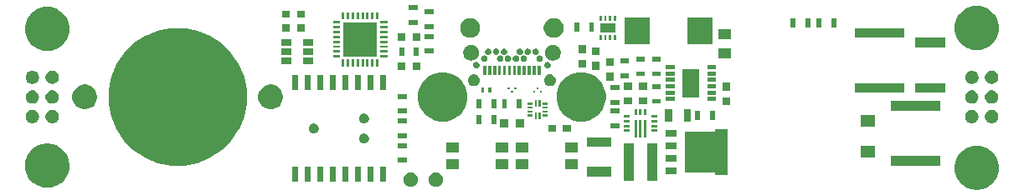
<source format=gbr>
G04 #@! TF.GenerationSoftware,KiCad,Pcbnew,(5.0.2)-1*
G04 #@! TF.CreationDate,2019-02-23T20:37:34-08:00*
G04 #@! TF.ProjectId,nixie_bottom_board,6e697869-655f-4626-9f74-746f6d5f626f,rev?*
G04 #@! TF.SameCoordinates,Original*
G04 #@! TF.FileFunction,Soldermask,Top*
G04 #@! TF.FilePolarity,Negative*
%FSLAX46Y46*%
G04 Gerber Fmt 4.6, Leading zero omitted, Abs format (unit mm)*
G04 Created by KiCad (PCBNEW (5.0.2)-1) date 2/23/2019 8:37:34 PM*
%MOMM*%
%LPD*%
G01*
G04 APERTURE LIST*
%ADD10C,0.100000*%
G04 APERTURE END LIST*
D10*
G36*
X197366504Y-104978822D02*
X197656303Y-105036466D01*
X198065773Y-105206074D01*
X198256215Y-105333324D01*
X198433622Y-105451863D01*
X198434293Y-105452312D01*
X198747688Y-105765707D01*
X198993926Y-106134227D01*
X199163534Y-106543697D01*
X199192496Y-106689300D01*
X199250000Y-106978394D01*
X199250000Y-107421606D01*
X199232278Y-107510700D01*
X199163534Y-107856303D01*
X198993926Y-108265773D01*
X198854880Y-108473869D01*
X198747689Y-108634292D01*
X198434292Y-108947689D01*
X198365096Y-108993924D01*
X198065773Y-109193926D01*
X197656303Y-109363534D01*
X197366504Y-109421178D01*
X197221606Y-109450000D01*
X196778394Y-109450000D01*
X196633496Y-109421178D01*
X196343697Y-109363534D01*
X195934227Y-109193926D01*
X195634904Y-108993924D01*
X195565708Y-108947689D01*
X195252311Y-108634292D01*
X195145120Y-108473869D01*
X195006074Y-108265773D01*
X194836466Y-107856303D01*
X194767722Y-107510700D01*
X194750000Y-107421606D01*
X194750000Y-106978394D01*
X194807504Y-106689300D01*
X194836466Y-106543697D01*
X195006074Y-106134227D01*
X195252312Y-105765707D01*
X195565707Y-105452312D01*
X195566379Y-105451863D01*
X195743785Y-105333324D01*
X195934227Y-105206074D01*
X196343697Y-105036466D01*
X196633496Y-104978822D01*
X196778394Y-104950000D01*
X197221606Y-104950000D01*
X197366504Y-104978822D01*
X197366504Y-104978822D01*
G37*
G36*
X103366504Y-104778822D02*
X103656303Y-104836466D01*
X104065773Y-105006074D01*
X104256215Y-105133324D01*
X104434292Y-105252311D01*
X104747689Y-105565708D01*
X104752623Y-105573092D01*
X104993926Y-105934227D01*
X105163534Y-106343697D01*
X105203316Y-106543697D01*
X105250000Y-106778394D01*
X105250000Y-107221606D01*
X105232278Y-107310700D01*
X105163534Y-107656303D01*
X104993926Y-108065773D01*
X104872188Y-108247966D01*
X104747689Y-108434292D01*
X104434292Y-108747689D01*
X104322980Y-108822065D01*
X104065773Y-108993926D01*
X103656303Y-109163534D01*
X103366504Y-109221178D01*
X103221606Y-109250000D01*
X102778394Y-109250000D01*
X102633496Y-109221178D01*
X102343697Y-109163534D01*
X101934227Y-108993926D01*
X101677020Y-108822065D01*
X101565708Y-108747689D01*
X101252311Y-108434292D01*
X101127812Y-108247966D01*
X101006074Y-108065773D01*
X100836466Y-107656303D01*
X100767722Y-107310700D01*
X100750000Y-107221606D01*
X100750000Y-106778394D01*
X100796684Y-106543697D01*
X100836466Y-106343697D01*
X101006074Y-105934227D01*
X101247377Y-105573092D01*
X101252311Y-105565708D01*
X101565708Y-105252311D01*
X101743785Y-105133324D01*
X101934227Y-105006074D01*
X102343697Y-104836466D01*
X102633496Y-104778822D01*
X102778394Y-104750000D01*
X103221606Y-104750000D01*
X103366504Y-104778822D01*
X103366504Y-104778822D01*
G37*
G36*
X139978768Y-107678822D02*
X140115256Y-107735357D01*
X140238098Y-107817438D01*
X140342562Y-107921902D01*
X140424643Y-108044744D01*
X140481178Y-108181232D01*
X140510000Y-108326131D01*
X140510000Y-108473869D01*
X140481178Y-108618768D01*
X140424643Y-108755256D01*
X140342562Y-108878098D01*
X140238098Y-108982562D01*
X140115256Y-109064643D01*
X139978768Y-109121178D01*
X139833869Y-109150000D01*
X139686131Y-109150000D01*
X139541232Y-109121178D01*
X139404744Y-109064643D01*
X139281902Y-108982562D01*
X139177438Y-108878098D01*
X139095357Y-108755256D01*
X139038822Y-108618768D01*
X139010000Y-108473869D01*
X139010000Y-108326131D01*
X139038822Y-108181232D01*
X139095357Y-108044744D01*
X139177438Y-107921902D01*
X139281902Y-107817438D01*
X139404744Y-107735357D01*
X139541232Y-107678822D01*
X139686131Y-107650000D01*
X139833869Y-107650000D01*
X139978768Y-107678822D01*
X139978768Y-107678822D01*
G37*
G36*
X142518768Y-107678822D02*
X142655256Y-107735357D01*
X142778098Y-107817438D01*
X142882562Y-107921902D01*
X142964643Y-108044744D01*
X143021178Y-108181232D01*
X143050000Y-108326131D01*
X143050000Y-108473869D01*
X143021178Y-108618768D01*
X142964643Y-108755256D01*
X142882562Y-108878098D01*
X142778098Y-108982562D01*
X142655256Y-109064643D01*
X142518768Y-109121178D01*
X142373869Y-109150000D01*
X142226131Y-109150000D01*
X142081232Y-109121178D01*
X141944744Y-109064643D01*
X141821902Y-108982562D01*
X141717438Y-108878098D01*
X141635357Y-108755256D01*
X141578822Y-108618768D01*
X141550000Y-108473869D01*
X141550000Y-108326131D01*
X141578822Y-108181232D01*
X141635357Y-108044744D01*
X141717438Y-107921902D01*
X141821902Y-107817438D01*
X141944744Y-107735357D01*
X142081232Y-107678822D01*
X142226131Y-107650000D01*
X142373869Y-107650000D01*
X142518768Y-107678822D01*
X142518768Y-107678822D01*
G37*
G36*
X135975000Y-108600000D02*
X135375000Y-108600000D01*
X135375000Y-107100000D01*
X135975000Y-107100000D01*
X135975000Y-108600000D01*
X135975000Y-108600000D01*
G37*
G36*
X137245000Y-108600000D02*
X136645000Y-108600000D01*
X136645000Y-107100000D01*
X137245000Y-107100000D01*
X137245000Y-108600000D01*
X137245000Y-108600000D01*
G37*
G36*
X134705000Y-108600000D02*
X134105000Y-108600000D01*
X134105000Y-107100000D01*
X134705000Y-107100000D01*
X134705000Y-108600000D01*
X134705000Y-108600000D01*
G37*
G36*
X129625000Y-108600000D02*
X129025000Y-108600000D01*
X129025000Y-107100000D01*
X129625000Y-107100000D01*
X129625000Y-108600000D01*
X129625000Y-108600000D01*
G37*
G36*
X130895000Y-108600000D02*
X130295000Y-108600000D01*
X130295000Y-107100000D01*
X130895000Y-107100000D01*
X130895000Y-108600000D01*
X130895000Y-108600000D01*
G37*
G36*
X132165000Y-108600000D02*
X131565000Y-108600000D01*
X131565000Y-107100000D01*
X132165000Y-107100000D01*
X132165000Y-108600000D01*
X132165000Y-108600000D01*
G37*
G36*
X133435000Y-108600000D02*
X132835000Y-108600000D01*
X132835000Y-107100000D01*
X133435000Y-107100000D01*
X133435000Y-108600000D01*
X133435000Y-108600000D01*
G37*
G36*
X128355000Y-108600000D02*
X127755000Y-108600000D01*
X127755000Y-107100000D01*
X128355000Y-107100000D01*
X128355000Y-108600000D01*
X128355000Y-108600000D01*
G37*
G36*
X162300000Y-108500000D02*
X161300000Y-108500000D01*
X161300000Y-104700000D01*
X162300000Y-104700000D01*
X162300000Y-108500000D01*
X162300000Y-108500000D01*
G37*
G36*
X164700000Y-108500000D02*
X163700000Y-108500000D01*
X163700000Y-104700000D01*
X164700000Y-104700000D01*
X164700000Y-108500000D01*
X164700000Y-108500000D01*
G37*
G36*
X160050000Y-108100000D02*
X157550000Y-108100000D01*
X157550000Y-107100000D01*
X160050000Y-107100000D01*
X160050000Y-108100000D01*
X160050000Y-108100000D01*
G37*
G36*
X171850000Y-107950000D02*
X170550000Y-107950000D01*
X170550000Y-107750800D01*
X170549024Y-107740889D01*
X170546133Y-107731360D01*
X170541439Y-107722577D01*
X170535121Y-107714879D01*
X170527423Y-107708561D01*
X170518640Y-107703867D01*
X170509111Y-107700976D01*
X170499200Y-107700000D01*
X167485000Y-107700000D01*
X167485000Y-103500000D01*
X170499200Y-103500000D01*
X170509111Y-103499024D01*
X170518640Y-103496133D01*
X170527423Y-103491439D01*
X170535121Y-103485121D01*
X170541439Y-103477423D01*
X170546133Y-103468640D01*
X170549024Y-103459111D01*
X170550000Y-103449200D01*
X170550000Y-103250000D01*
X171850000Y-103250000D01*
X171850000Y-107950000D01*
X171850000Y-107950000D01*
G37*
G36*
X166675000Y-107860000D02*
X165525000Y-107860000D01*
X165525000Y-107160000D01*
X166675000Y-107160000D01*
X166675000Y-107860000D01*
X166675000Y-107860000D01*
G37*
G36*
X156650000Y-107360000D02*
X155350000Y-107360000D01*
X155350000Y-106360000D01*
X156650000Y-106360000D01*
X156650000Y-107360000D01*
X156650000Y-107360000D01*
G37*
G36*
X149650000Y-107360000D02*
X148350000Y-107360000D01*
X148350000Y-106360000D01*
X149650000Y-106360000D01*
X149650000Y-107360000D01*
X149650000Y-107360000D01*
G37*
G36*
X144650000Y-107350000D02*
X143350000Y-107350000D01*
X143350000Y-106350000D01*
X144650000Y-106350000D01*
X144650000Y-107350000D01*
X144650000Y-107350000D01*
G37*
G36*
X151650000Y-107350000D02*
X150350000Y-107350000D01*
X150350000Y-106350000D01*
X151650000Y-106350000D01*
X151650000Y-107350000D01*
X151650000Y-107350000D01*
G37*
G36*
X193300000Y-107000000D02*
X188300000Y-107000000D01*
X188300000Y-106000000D01*
X193300000Y-106000000D01*
X193300000Y-107000000D01*
X193300000Y-107000000D01*
G37*
G36*
X117087502Y-93039397D02*
X118241827Y-93269006D01*
X119463403Y-93775000D01*
X119515743Y-93796680D01*
X120662240Y-94562745D01*
X121637255Y-95537760D01*
X122397135Y-96675000D01*
X122403321Y-96684259D01*
X122930994Y-97958173D01*
X123098053Y-98798037D01*
X123200000Y-99310560D01*
X123200000Y-100689440D01*
X123192086Y-100729225D01*
X122930994Y-102041827D01*
X122431056Y-103248782D01*
X122403320Y-103315743D01*
X121637255Y-104462240D01*
X120662240Y-105437255D01*
X119515743Y-106203320D01*
X119515742Y-106203321D01*
X119515741Y-106203321D01*
X118241827Y-106730994D01*
X117666039Y-106845525D01*
X116889440Y-107000000D01*
X115510560Y-107000000D01*
X114733961Y-106845525D01*
X114158173Y-106730994D01*
X112884259Y-106203321D01*
X112884258Y-106203321D01*
X112884257Y-106203320D01*
X111737760Y-105437255D01*
X110762745Y-104462240D01*
X109996680Y-103315743D01*
X109968944Y-103248782D01*
X109469006Y-102041827D01*
X109207914Y-100729225D01*
X109200000Y-100689440D01*
X109200000Y-99310560D01*
X109301947Y-98798037D01*
X109469006Y-97958173D01*
X109996679Y-96684259D01*
X110002866Y-96675000D01*
X110762745Y-95537760D01*
X111737760Y-94562745D01*
X112884257Y-93796680D01*
X112936597Y-93775000D01*
X114158173Y-93269006D01*
X115312498Y-93039397D01*
X115510560Y-93000000D01*
X116889440Y-93000000D01*
X117087502Y-93039397D01*
X117087502Y-93039397D01*
G37*
G36*
X139350000Y-106700000D02*
X138450000Y-106700000D01*
X138450000Y-106200000D01*
X139350000Y-106200000D01*
X139350000Y-106700000D01*
X139350000Y-106700000D01*
G37*
G36*
X166675000Y-106590000D02*
X165525000Y-106590000D01*
X165525000Y-105890000D01*
X166675000Y-105890000D01*
X166675000Y-106590000D01*
X166675000Y-106590000D01*
G37*
G36*
X186700000Y-106150000D02*
X185300000Y-106150000D01*
X185300000Y-104950000D01*
X186700000Y-104950000D01*
X186700000Y-106150000D01*
X186700000Y-106150000D01*
G37*
G36*
X149650000Y-105650000D02*
X148350000Y-105650000D01*
X148350000Y-104650000D01*
X149650000Y-104650000D01*
X149650000Y-105650000D01*
X149650000Y-105650000D01*
G37*
G36*
X144650000Y-105650000D02*
X143350000Y-105650000D01*
X143350000Y-104650000D01*
X144650000Y-104650000D01*
X144650000Y-105650000D01*
X144650000Y-105650000D01*
G37*
G36*
X156650000Y-105650000D02*
X155350000Y-105650000D01*
X155350000Y-104650000D01*
X156650000Y-104650000D01*
X156650000Y-105650000D01*
X156650000Y-105650000D01*
G37*
G36*
X151650000Y-105650000D02*
X150350000Y-105650000D01*
X150350000Y-104650000D01*
X151650000Y-104650000D01*
X151650000Y-105650000D01*
X151650000Y-105650000D01*
G37*
G36*
X166675000Y-105310000D02*
X165525000Y-105310000D01*
X165525000Y-104610000D01*
X166675000Y-104610000D01*
X166675000Y-105310000D01*
X166675000Y-105310000D01*
G37*
G36*
X139350000Y-105200000D02*
X138450000Y-105200000D01*
X138450000Y-104700000D01*
X139350000Y-104700000D01*
X139350000Y-105200000D01*
X139350000Y-105200000D01*
G37*
G36*
X160050000Y-105100000D02*
X157550000Y-105100000D01*
X157550000Y-104100000D01*
X160050000Y-104100000D01*
X160050000Y-105100000D01*
X160050000Y-105100000D01*
G37*
G36*
X135184474Y-103739734D02*
X135274613Y-103777070D01*
X135355736Y-103831275D01*
X135424725Y-103900264D01*
X135478930Y-103981387D01*
X135516266Y-104071526D01*
X135535300Y-104167217D01*
X135535300Y-104264783D01*
X135516266Y-104360474D01*
X135478930Y-104450613D01*
X135424725Y-104531736D01*
X135355736Y-104600725D01*
X135274613Y-104654930D01*
X135184474Y-104692266D01*
X135088783Y-104711300D01*
X134991217Y-104711300D01*
X134895526Y-104692266D01*
X134805387Y-104654930D01*
X134724264Y-104600725D01*
X134655275Y-104531736D01*
X134601070Y-104450613D01*
X134563734Y-104360474D01*
X134544700Y-104264783D01*
X134544700Y-104167217D01*
X134563734Y-104071526D01*
X134601070Y-103981387D01*
X134655275Y-103900264D01*
X134724264Y-103831275D01*
X134805387Y-103777070D01*
X134895526Y-103739734D01*
X134991217Y-103720700D01*
X135088783Y-103720700D01*
X135184474Y-103739734D01*
X135184474Y-103739734D01*
G37*
G36*
X139350000Y-104200000D02*
X138450000Y-104200000D01*
X138450000Y-103700000D01*
X139350000Y-103700000D01*
X139350000Y-104200000D01*
X139350000Y-104200000D01*
G37*
G36*
X163625000Y-104150000D02*
X163375000Y-104150000D01*
X163375000Y-102350000D01*
X163625000Y-102350000D01*
X163625000Y-104150000D01*
X163625000Y-104150000D01*
G37*
G36*
X162625000Y-104150000D02*
X162375000Y-104150000D01*
X162375000Y-102350000D01*
X162625000Y-102350000D01*
X162625000Y-104150000D01*
X162625000Y-104150000D01*
G37*
G36*
X163125000Y-104150000D02*
X162875000Y-104150000D01*
X162875000Y-102350000D01*
X163125000Y-102350000D01*
X163125000Y-104150000D01*
X163125000Y-104150000D01*
G37*
G36*
X166675000Y-104040000D02*
X165525000Y-104040000D01*
X165525000Y-103340000D01*
X166675000Y-103340000D01*
X166675000Y-104040000D01*
X166675000Y-104040000D01*
G37*
G36*
X130104474Y-102723734D02*
X130194613Y-102761070D01*
X130275736Y-102815275D01*
X130344725Y-102884264D01*
X130398930Y-102965387D01*
X130436266Y-103055526D01*
X130455300Y-103151217D01*
X130455300Y-103248783D01*
X130436266Y-103344474D01*
X130398930Y-103434613D01*
X130344725Y-103515736D01*
X130275736Y-103584725D01*
X130194613Y-103638930D01*
X130104474Y-103676266D01*
X130008783Y-103695300D01*
X129911217Y-103695300D01*
X129815526Y-103676266D01*
X129725387Y-103638930D01*
X129644264Y-103584725D01*
X129575275Y-103515736D01*
X129521070Y-103434613D01*
X129483734Y-103344474D01*
X129464700Y-103248783D01*
X129464700Y-103151217D01*
X129483734Y-103055526D01*
X129521070Y-102965387D01*
X129575275Y-102884264D01*
X129644264Y-102815275D01*
X129725387Y-102761070D01*
X129815526Y-102723734D01*
X129911217Y-102704700D01*
X130008783Y-102704700D01*
X130104474Y-102723734D01*
X130104474Y-102723734D01*
G37*
G36*
X164700000Y-103575000D02*
X164100000Y-103575000D01*
X164100000Y-103325000D01*
X164700000Y-103325000D01*
X164700000Y-103575000D01*
X164700000Y-103575000D01*
G37*
G36*
X155950000Y-103575000D02*
X155150000Y-103575000D01*
X155150000Y-102825000D01*
X155950000Y-102825000D01*
X155950000Y-103575000D01*
X155950000Y-103575000D01*
G37*
G36*
X154450000Y-103575000D02*
X153650000Y-103575000D01*
X153650000Y-102825000D01*
X154450000Y-102825000D01*
X154450000Y-103575000D01*
X154450000Y-103575000D01*
G37*
G36*
X161900000Y-103575000D02*
X161300000Y-103575000D01*
X161300000Y-103325000D01*
X161900000Y-103325000D01*
X161900000Y-103575000D01*
X161900000Y-103575000D01*
G37*
G36*
X160850000Y-103200000D02*
X159950000Y-103200000D01*
X159950000Y-102700000D01*
X160850000Y-102700000D01*
X160850000Y-103200000D01*
X160850000Y-103200000D01*
G37*
G36*
X149600000Y-103100000D02*
X148800000Y-103100000D01*
X148800000Y-102300000D01*
X149600000Y-102300000D01*
X149600000Y-103100000D01*
X149600000Y-103100000D01*
G37*
G36*
X151200000Y-103100000D02*
X150400000Y-103100000D01*
X150400000Y-102300000D01*
X151200000Y-102300000D01*
X151200000Y-103100000D01*
X151200000Y-103100000D01*
G37*
G36*
X164700000Y-103075000D02*
X164100000Y-103075000D01*
X164100000Y-102825000D01*
X164700000Y-102825000D01*
X164700000Y-103075000D01*
X164700000Y-103075000D01*
G37*
G36*
X161900000Y-103075000D02*
X161300000Y-103075000D01*
X161300000Y-102825000D01*
X161900000Y-102825000D01*
X161900000Y-103075000D01*
X161900000Y-103075000D01*
G37*
G36*
X186700000Y-103050000D02*
X185300000Y-103050000D01*
X185300000Y-101850000D01*
X186700000Y-101850000D01*
X186700000Y-103050000D01*
X186700000Y-103050000D01*
G37*
G36*
X146900000Y-102750000D02*
X146400000Y-102750000D01*
X146400000Y-101850000D01*
X146900000Y-101850000D01*
X146900000Y-102750000D01*
X146900000Y-102750000D01*
G37*
G36*
X148400000Y-102750000D02*
X147900000Y-102750000D01*
X147900000Y-101850000D01*
X148400000Y-101850000D01*
X148400000Y-102750000D01*
X148400000Y-102750000D01*
G37*
G36*
X139350000Y-102700000D02*
X138450000Y-102700000D01*
X138450000Y-102200000D01*
X139350000Y-102200000D01*
X139350000Y-102700000D01*
X139350000Y-102700000D01*
G37*
G36*
X135184474Y-101707734D02*
X135274613Y-101745070D01*
X135355736Y-101799275D01*
X135424725Y-101868264D01*
X135478930Y-101949387D01*
X135516266Y-102039526D01*
X135535300Y-102135217D01*
X135535300Y-102232783D01*
X135516266Y-102328474D01*
X135478930Y-102418613D01*
X135424725Y-102499736D01*
X135355736Y-102568725D01*
X135274613Y-102622930D01*
X135184474Y-102660266D01*
X135088783Y-102679300D01*
X134991217Y-102679300D01*
X134895526Y-102660266D01*
X134805387Y-102622930D01*
X134724264Y-102568725D01*
X134655275Y-102499736D01*
X134601070Y-102418613D01*
X134563734Y-102328474D01*
X134544700Y-102232783D01*
X134544700Y-102135217D01*
X134563734Y-102039526D01*
X134601070Y-101949387D01*
X134655275Y-101868264D01*
X134724264Y-101799275D01*
X134805387Y-101745070D01*
X134895526Y-101707734D01*
X134991217Y-101688700D01*
X135088783Y-101688700D01*
X135184474Y-101707734D01*
X135184474Y-101707734D01*
G37*
G36*
X196632323Y-101334767D02*
X196759561Y-101373364D01*
X196876824Y-101436042D01*
X196979606Y-101520394D01*
X197063958Y-101623176D01*
X197126636Y-101740439D01*
X197165233Y-101867677D01*
X197178266Y-102000000D01*
X197165233Y-102132323D01*
X197126636Y-102259561D01*
X197063958Y-102376824D01*
X196979606Y-102479606D01*
X196876824Y-102563958D01*
X196759561Y-102626636D01*
X196632323Y-102665233D01*
X196533159Y-102675000D01*
X196466841Y-102675000D01*
X196367677Y-102665233D01*
X196240439Y-102626636D01*
X196123176Y-102563958D01*
X196020394Y-102479606D01*
X195936042Y-102376824D01*
X195873364Y-102259561D01*
X195834767Y-102132323D01*
X195821734Y-102000000D01*
X195834767Y-101867677D01*
X195873364Y-101740439D01*
X195936042Y-101623176D01*
X196020394Y-101520394D01*
X196123176Y-101436042D01*
X196240439Y-101373364D01*
X196367677Y-101334767D01*
X196466841Y-101325000D01*
X196533159Y-101325000D01*
X196632323Y-101334767D01*
X196632323Y-101334767D01*
G37*
G36*
X198632323Y-101334767D02*
X198759561Y-101373364D01*
X198876824Y-101436042D01*
X198979606Y-101520394D01*
X199063958Y-101623176D01*
X199126636Y-101740439D01*
X199165233Y-101867677D01*
X199178266Y-102000000D01*
X199165233Y-102132323D01*
X199126636Y-102259561D01*
X199063958Y-102376824D01*
X198979606Y-102479606D01*
X198876824Y-102563958D01*
X198759561Y-102626636D01*
X198632323Y-102665233D01*
X198533159Y-102675000D01*
X198466841Y-102675000D01*
X198367677Y-102665233D01*
X198240439Y-102626636D01*
X198123176Y-102563958D01*
X198020394Y-102479606D01*
X197936042Y-102376824D01*
X197873364Y-102259561D01*
X197834767Y-102132323D01*
X197821734Y-102000000D01*
X197834767Y-101867677D01*
X197873364Y-101740439D01*
X197936042Y-101623176D01*
X198020394Y-101520394D01*
X198123176Y-101436042D01*
X198240439Y-101373364D01*
X198367677Y-101334767D01*
X198466841Y-101325000D01*
X198533159Y-101325000D01*
X198632323Y-101334767D01*
X198632323Y-101334767D01*
G37*
G36*
X103632323Y-101334767D02*
X103759561Y-101373364D01*
X103876824Y-101436042D01*
X103979606Y-101520394D01*
X104063958Y-101623176D01*
X104126636Y-101740439D01*
X104165233Y-101867677D01*
X104178266Y-102000000D01*
X104165233Y-102132323D01*
X104126636Y-102259561D01*
X104063958Y-102376824D01*
X103979606Y-102479606D01*
X103876824Y-102563958D01*
X103759561Y-102626636D01*
X103632323Y-102665233D01*
X103533159Y-102675000D01*
X103466841Y-102675000D01*
X103367677Y-102665233D01*
X103240439Y-102626636D01*
X103123176Y-102563958D01*
X103020394Y-102479606D01*
X102936042Y-102376824D01*
X102873364Y-102259561D01*
X102834767Y-102132323D01*
X102821734Y-102000000D01*
X102834767Y-101867677D01*
X102873364Y-101740439D01*
X102936042Y-101623176D01*
X103020394Y-101520394D01*
X103123176Y-101436042D01*
X103240439Y-101373364D01*
X103367677Y-101334767D01*
X103466841Y-101325000D01*
X103533159Y-101325000D01*
X103632323Y-101334767D01*
X103632323Y-101334767D01*
G37*
G36*
X101632323Y-101334767D02*
X101759561Y-101373364D01*
X101876824Y-101436042D01*
X101979606Y-101520394D01*
X102063958Y-101623176D01*
X102126636Y-101740439D01*
X102165233Y-101867677D01*
X102178266Y-102000000D01*
X102165233Y-102132323D01*
X102126636Y-102259561D01*
X102063958Y-102376824D01*
X101979606Y-102479606D01*
X101876824Y-102563958D01*
X101759561Y-102626636D01*
X101632323Y-102665233D01*
X101533159Y-102675000D01*
X101466841Y-102675000D01*
X101367677Y-102665233D01*
X101240439Y-102626636D01*
X101123176Y-102563958D01*
X101020394Y-102479606D01*
X100936042Y-102376824D01*
X100873364Y-102259561D01*
X100834767Y-102132323D01*
X100821734Y-102000000D01*
X100834767Y-101867677D01*
X100873364Y-101740439D01*
X100936042Y-101623176D01*
X101020394Y-101520394D01*
X101123176Y-101436042D01*
X101240439Y-101373364D01*
X101367677Y-101334767D01*
X101466841Y-101325000D01*
X101533159Y-101325000D01*
X101632323Y-101334767D01*
X101632323Y-101334767D01*
G37*
G36*
X161900000Y-102575000D02*
X161300000Y-102575000D01*
X161300000Y-102325000D01*
X161900000Y-102325000D01*
X161900000Y-102575000D01*
X161900000Y-102575000D01*
G37*
G36*
X164700000Y-102575000D02*
X164100000Y-102575000D01*
X164100000Y-102325000D01*
X164700000Y-102325000D01*
X164700000Y-102575000D01*
X164700000Y-102575000D01*
G37*
G36*
X166200000Y-102550000D02*
X165500000Y-102550000D01*
X165500000Y-101250000D01*
X166200000Y-101250000D01*
X166200000Y-102550000D01*
X166200000Y-102550000D01*
G37*
G36*
X168100000Y-102550000D02*
X167400000Y-102550000D01*
X167400000Y-101250000D01*
X168100000Y-101250000D01*
X168100000Y-102550000D01*
X168100000Y-102550000D01*
G37*
G36*
X143729225Y-97596074D02*
X144173260Y-97780000D01*
X144184194Y-97784529D01*
X144308638Y-97867680D01*
X144593658Y-98058124D01*
X144941876Y-98406342D01*
X145094512Y-98634778D01*
X145204910Y-98800000D01*
X145215472Y-98815808D01*
X145403926Y-99270775D01*
X145500000Y-99753772D01*
X145500000Y-100246228D01*
X145403926Y-100729225D01*
X145235287Y-101136354D01*
X145215471Y-101184194D01*
X145171501Y-101250000D01*
X144941876Y-101593658D01*
X144593658Y-101941876D01*
X144321298Y-102123861D01*
X144184194Y-102215471D01*
X144184193Y-102215472D01*
X144184192Y-102215472D01*
X143729225Y-102403926D01*
X143246228Y-102500000D01*
X142753772Y-102500000D01*
X142270775Y-102403926D01*
X141815808Y-102215472D01*
X141815807Y-102215472D01*
X141815806Y-102215471D01*
X141678702Y-102123861D01*
X141406342Y-101941876D01*
X141058124Y-101593658D01*
X140828499Y-101250000D01*
X140784529Y-101184194D01*
X140764713Y-101136354D01*
X140596074Y-100729225D01*
X140500000Y-100246228D01*
X140500000Y-99753772D01*
X140596074Y-99270775D01*
X140784528Y-98815808D01*
X140795091Y-98800000D01*
X140905488Y-98634778D01*
X141058124Y-98406342D01*
X141406342Y-98058124D01*
X141691362Y-97867680D01*
X141815806Y-97784529D01*
X141826740Y-97780000D01*
X142270775Y-97596074D01*
X142753772Y-97500000D01*
X143246228Y-97500000D01*
X143729225Y-97596074D01*
X143729225Y-97596074D01*
G37*
G36*
X157729225Y-97596074D02*
X158173260Y-97780000D01*
X158184194Y-97784529D01*
X158308638Y-97867680D01*
X158593658Y-98058124D01*
X158941876Y-98406342D01*
X159094512Y-98634778D01*
X159204910Y-98800000D01*
X159215472Y-98815808D01*
X159403926Y-99270775D01*
X159500000Y-99753772D01*
X159500000Y-100246228D01*
X159403926Y-100729225D01*
X159235287Y-101136354D01*
X159215471Y-101184194D01*
X159171501Y-101250000D01*
X158941876Y-101593658D01*
X158593658Y-101941876D01*
X158321298Y-102123861D01*
X158184194Y-102215471D01*
X158184193Y-102215472D01*
X158184192Y-102215472D01*
X157729225Y-102403926D01*
X157246228Y-102500000D01*
X156753772Y-102500000D01*
X156270775Y-102403926D01*
X155815808Y-102215472D01*
X155815807Y-102215472D01*
X155815806Y-102215471D01*
X155678702Y-102123861D01*
X155406342Y-101941876D01*
X155058124Y-101593658D01*
X154828499Y-101250000D01*
X154784529Y-101184194D01*
X154764713Y-101136354D01*
X154596074Y-100729225D01*
X154500000Y-100246228D01*
X154500000Y-99753772D01*
X154596074Y-99270775D01*
X154784528Y-98815808D01*
X154795091Y-98800000D01*
X154905488Y-98634778D01*
X155058124Y-98406342D01*
X155406342Y-98058124D01*
X155691362Y-97867680D01*
X155815806Y-97784529D01*
X155826740Y-97780000D01*
X156270775Y-97596074D01*
X156753772Y-97500000D01*
X157246228Y-97500000D01*
X157729225Y-97596074D01*
X157729225Y-97596074D01*
G37*
G36*
X169000000Y-102350000D02*
X168500000Y-102350000D01*
X168500000Y-101450000D01*
X169000000Y-101450000D01*
X169000000Y-102350000D01*
X169000000Y-102350000D01*
G37*
G36*
X170500000Y-102350000D02*
X170000000Y-102350000D01*
X170000000Y-101450000D01*
X170500000Y-101450000D01*
X170500000Y-102350000D01*
X170500000Y-102350000D01*
G37*
G36*
X152500000Y-102300000D02*
X152300000Y-102300000D01*
X152300000Y-101600000D01*
X152500000Y-101600000D01*
X152500000Y-102300000D01*
X152500000Y-102300000D01*
G37*
G36*
X152900000Y-102300000D02*
X152700000Y-102300000D01*
X152700000Y-101600000D01*
X152900000Y-101600000D01*
X152900000Y-102300000D01*
X152900000Y-102300000D01*
G37*
G36*
X164700000Y-102075000D02*
X164100000Y-102075000D01*
X164100000Y-101825000D01*
X164700000Y-101825000D01*
X164700000Y-102075000D01*
X164700000Y-102075000D01*
G37*
G36*
X161900000Y-102075000D02*
X161300000Y-102075000D01*
X161300000Y-101825000D01*
X161900000Y-101825000D01*
X161900000Y-102075000D01*
X161900000Y-102075000D01*
G37*
G36*
X152100000Y-102000000D02*
X151600000Y-102000000D01*
X151600000Y-101800000D01*
X152100000Y-101800000D01*
X152100000Y-102000000D01*
X152100000Y-102000000D01*
G37*
G36*
X153600000Y-102000000D02*
X153100000Y-102000000D01*
X153100000Y-101800000D01*
X153600000Y-101800000D01*
X153600000Y-102000000D01*
X153600000Y-102000000D01*
G37*
G36*
X163625000Y-101850000D02*
X163375000Y-101850000D01*
X163375000Y-101250000D01*
X163625000Y-101250000D01*
X163625000Y-101850000D01*
X163625000Y-101850000D01*
G37*
G36*
X163125000Y-101850000D02*
X162875000Y-101850000D01*
X162875000Y-101250000D01*
X163125000Y-101250000D01*
X163125000Y-101850000D01*
X163125000Y-101850000D01*
G37*
G36*
X162625000Y-101850000D02*
X162375000Y-101850000D01*
X162375000Y-101250000D01*
X162625000Y-101250000D01*
X162625000Y-101850000D01*
X162625000Y-101850000D01*
G37*
G36*
X139350000Y-101700000D02*
X138450000Y-101700000D01*
X138450000Y-101200000D01*
X139350000Y-101200000D01*
X139350000Y-101700000D01*
X139350000Y-101700000D01*
G37*
G36*
X160850000Y-101700000D02*
X159950000Y-101700000D01*
X159950000Y-101200000D01*
X160850000Y-101200000D01*
X160850000Y-101700000D01*
X160850000Y-101700000D01*
G37*
G36*
X152100000Y-101600000D02*
X151600000Y-101600000D01*
X151600000Y-101400000D01*
X152100000Y-101400000D01*
X152100000Y-101600000D01*
X152100000Y-101600000D01*
G37*
G36*
X153600000Y-101600000D02*
X153100000Y-101600000D01*
X153100000Y-101400000D01*
X153600000Y-101400000D01*
X153600000Y-101600000D01*
X153600000Y-101600000D01*
G37*
G36*
X193300000Y-101400000D02*
X188300000Y-101400000D01*
X188300000Y-100400000D01*
X193300000Y-100400000D01*
X193300000Y-101400000D01*
X193300000Y-101400000D01*
G37*
G36*
X107164613Y-98798037D02*
X107392095Y-98892263D01*
X107596830Y-99029063D01*
X107770937Y-99203170D01*
X107907737Y-99407905D01*
X108001963Y-99635387D01*
X108050000Y-99876886D01*
X108050000Y-100123114D01*
X108001963Y-100364613D01*
X107907737Y-100592095D01*
X107770937Y-100796830D01*
X107596830Y-100970937D01*
X107392095Y-101107737D01*
X107164613Y-101201963D01*
X106923114Y-101250000D01*
X106676886Y-101250000D01*
X106435387Y-101201963D01*
X106207905Y-101107737D01*
X106003170Y-100970937D01*
X105829063Y-100796830D01*
X105692263Y-100592095D01*
X105598037Y-100364613D01*
X105550000Y-100123114D01*
X105550000Y-99876886D01*
X105598037Y-99635387D01*
X105692263Y-99407905D01*
X105829063Y-99203170D01*
X106003170Y-99029063D01*
X106207905Y-98892263D01*
X106435387Y-98798037D01*
X106676886Y-98750000D01*
X106923114Y-98750000D01*
X107164613Y-98798037D01*
X107164613Y-98798037D01*
G37*
G36*
X125964613Y-98798037D02*
X126192095Y-98892263D01*
X126396830Y-99029063D01*
X126570937Y-99203170D01*
X126707737Y-99407905D01*
X126801963Y-99635387D01*
X126850000Y-99876886D01*
X126850000Y-100123114D01*
X126801963Y-100364613D01*
X126707737Y-100592095D01*
X126570937Y-100796830D01*
X126396830Y-100970937D01*
X126192095Y-101107737D01*
X125964613Y-101201963D01*
X125723114Y-101250000D01*
X125476886Y-101250000D01*
X125235387Y-101201963D01*
X125007905Y-101107737D01*
X124803170Y-100970937D01*
X124629063Y-100796830D01*
X124492263Y-100592095D01*
X124398037Y-100364613D01*
X124350000Y-100123114D01*
X124350000Y-99876886D01*
X124398037Y-99635387D01*
X124492263Y-99407905D01*
X124629063Y-99203170D01*
X124803170Y-99029063D01*
X125007905Y-98892263D01*
X125235387Y-98798037D01*
X125476886Y-98750000D01*
X125723114Y-98750000D01*
X125964613Y-98798037D01*
X125964613Y-98798037D01*
G37*
G36*
X152100000Y-101200000D02*
X151600000Y-101200000D01*
X151600000Y-101000000D01*
X152100000Y-101000000D01*
X152100000Y-101200000D01*
X152100000Y-101200000D01*
G37*
G36*
X153600000Y-101200000D02*
X153100000Y-101200000D01*
X153100000Y-101000000D01*
X153600000Y-101000000D01*
X153600000Y-101200000D01*
X153600000Y-101200000D01*
G37*
G36*
X149500000Y-101150000D02*
X149000000Y-101150000D01*
X149000000Y-100250000D01*
X149500000Y-100250000D01*
X149500000Y-101150000D01*
X149500000Y-101150000D01*
G37*
G36*
X151000000Y-101150000D02*
X150500000Y-101150000D01*
X150500000Y-100250000D01*
X151000000Y-100250000D01*
X151000000Y-101150000D01*
X151000000Y-101150000D01*
G37*
G36*
X146900000Y-101150000D02*
X146400000Y-101150000D01*
X146400000Y-100250000D01*
X146900000Y-100250000D01*
X146900000Y-101150000D01*
X146900000Y-101150000D01*
G37*
G36*
X148400000Y-101150000D02*
X147900000Y-101150000D01*
X147900000Y-100250000D01*
X148400000Y-100250000D01*
X148400000Y-101150000D01*
X148400000Y-101150000D01*
G37*
G36*
X152500000Y-101000000D02*
X152300000Y-101000000D01*
X152300000Y-100300000D01*
X152500000Y-100300000D01*
X152500000Y-101000000D01*
X152500000Y-101000000D01*
G37*
G36*
X152900000Y-101000000D02*
X152700000Y-101000000D01*
X152700000Y-100300000D01*
X152900000Y-100300000D01*
X152900000Y-101000000D01*
X152900000Y-101000000D01*
G37*
G36*
X172075000Y-100850000D02*
X171325000Y-100850000D01*
X171325000Y-100050000D01*
X172075000Y-100050000D01*
X172075000Y-100850000D01*
X172075000Y-100850000D01*
G37*
G36*
X152100000Y-100800000D02*
X151600000Y-100800000D01*
X151600000Y-100600000D01*
X152100000Y-100600000D01*
X152100000Y-100800000D01*
X152100000Y-100800000D01*
G37*
G36*
X153600000Y-100800000D02*
X153100000Y-100800000D01*
X153100000Y-100600000D01*
X153600000Y-100600000D01*
X153600000Y-100800000D01*
X153600000Y-100800000D01*
G37*
G36*
X160850000Y-100800000D02*
X159950000Y-100800000D01*
X159950000Y-100300000D01*
X160850000Y-100300000D01*
X160850000Y-100800000D01*
X160850000Y-100800000D01*
G37*
G36*
X162150000Y-100775000D02*
X161350000Y-100775000D01*
X161350000Y-100025000D01*
X162150000Y-100025000D01*
X162150000Y-100775000D01*
X162150000Y-100775000D01*
G37*
G36*
X163650000Y-100775000D02*
X162850000Y-100775000D01*
X162850000Y-100025000D01*
X163650000Y-100025000D01*
X163650000Y-100775000D01*
X163650000Y-100775000D01*
G37*
G36*
X165050000Y-100700000D02*
X164150000Y-100700000D01*
X164150000Y-100200000D01*
X165050000Y-100200000D01*
X165050000Y-100700000D01*
X165050000Y-100700000D01*
G37*
G36*
X198632323Y-99334767D02*
X198759561Y-99373364D01*
X198876824Y-99436042D01*
X198979606Y-99520394D01*
X199063958Y-99623176D01*
X199126636Y-99740439D01*
X199165233Y-99867677D01*
X199178266Y-100000000D01*
X199165233Y-100132323D01*
X199126636Y-100259561D01*
X199063958Y-100376824D01*
X198979606Y-100479606D01*
X198876824Y-100563958D01*
X198759561Y-100626636D01*
X198632323Y-100665233D01*
X198533159Y-100675000D01*
X198466841Y-100675000D01*
X198367677Y-100665233D01*
X198240439Y-100626636D01*
X198123176Y-100563958D01*
X198020394Y-100479606D01*
X197936042Y-100376824D01*
X197873364Y-100259561D01*
X197834767Y-100132323D01*
X197821734Y-100000000D01*
X197834767Y-99867677D01*
X197873364Y-99740439D01*
X197936042Y-99623176D01*
X198020394Y-99520394D01*
X198123176Y-99436042D01*
X198240439Y-99373364D01*
X198367677Y-99334767D01*
X198466841Y-99325000D01*
X198533159Y-99325000D01*
X198632323Y-99334767D01*
X198632323Y-99334767D01*
G37*
G36*
X196632323Y-99334767D02*
X196759561Y-99373364D01*
X196876824Y-99436042D01*
X196979606Y-99520394D01*
X197063958Y-99623176D01*
X197126636Y-99740439D01*
X197165233Y-99867677D01*
X197178266Y-100000000D01*
X197165233Y-100132323D01*
X197126636Y-100259561D01*
X197063958Y-100376824D01*
X196979606Y-100479606D01*
X196876824Y-100563958D01*
X196759561Y-100626636D01*
X196632323Y-100665233D01*
X196533159Y-100675000D01*
X196466841Y-100675000D01*
X196367677Y-100665233D01*
X196240439Y-100626636D01*
X196123176Y-100563958D01*
X196020394Y-100479606D01*
X195936042Y-100376824D01*
X195873364Y-100259561D01*
X195834767Y-100132323D01*
X195821734Y-100000000D01*
X195834767Y-99867677D01*
X195873364Y-99740439D01*
X195936042Y-99623176D01*
X196020394Y-99520394D01*
X196123176Y-99436042D01*
X196240439Y-99373364D01*
X196367677Y-99334767D01*
X196466841Y-99325000D01*
X196533159Y-99325000D01*
X196632323Y-99334767D01*
X196632323Y-99334767D01*
G37*
G36*
X101632323Y-99334767D02*
X101759561Y-99373364D01*
X101876824Y-99436042D01*
X101979606Y-99520394D01*
X102063958Y-99623176D01*
X102126636Y-99740439D01*
X102165233Y-99867677D01*
X102178266Y-100000000D01*
X102165233Y-100132323D01*
X102126636Y-100259561D01*
X102063958Y-100376824D01*
X101979606Y-100479606D01*
X101876824Y-100563958D01*
X101759561Y-100626636D01*
X101632323Y-100665233D01*
X101533159Y-100675000D01*
X101466841Y-100675000D01*
X101367677Y-100665233D01*
X101240439Y-100626636D01*
X101123176Y-100563958D01*
X101020394Y-100479606D01*
X100936042Y-100376824D01*
X100873364Y-100259561D01*
X100834767Y-100132323D01*
X100821734Y-100000000D01*
X100834767Y-99867677D01*
X100873364Y-99740439D01*
X100936042Y-99623176D01*
X101020394Y-99520394D01*
X101123176Y-99436042D01*
X101240439Y-99373364D01*
X101367677Y-99334767D01*
X101466841Y-99325000D01*
X101533159Y-99325000D01*
X101632323Y-99334767D01*
X101632323Y-99334767D01*
G37*
G36*
X103632323Y-99334767D02*
X103759561Y-99373364D01*
X103876824Y-99436042D01*
X103979606Y-99520394D01*
X104063958Y-99623176D01*
X104126636Y-99740439D01*
X104165233Y-99867677D01*
X104178266Y-100000000D01*
X104165233Y-100132323D01*
X104126636Y-100259561D01*
X104063958Y-100376824D01*
X103979606Y-100479606D01*
X103876824Y-100563958D01*
X103759561Y-100626636D01*
X103632323Y-100665233D01*
X103533159Y-100675000D01*
X103466841Y-100675000D01*
X103367677Y-100665233D01*
X103240439Y-100626636D01*
X103123176Y-100563958D01*
X103020394Y-100479606D01*
X102936042Y-100376824D01*
X102873364Y-100259561D01*
X102834767Y-100132323D01*
X102821734Y-100000000D01*
X102834767Y-99867677D01*
X102873364Y-99740439D01*
X102936042Y-99623176D01*
X103020394Y-99520394D01*
X103123176Y-99436042D01*
X103240439Y-99373364D01*
X103367677Y-99334767D01*
X103466841Y-99325000D01*
X103533159Y-99325000D01*
X103632323Y-99334767D01*
X103632323Y-99334767D01*
G37*
G36*
X170650000Y-100435000D02*
X169760000Y-100435000D01*
X169760000Y-100015000D01*
X170650000Y-100015000D01*
X170650000Y-100435000D01*
X170650000Y-100435000D01*
G37*
G36*
X166440000Y-100435000D02*
X165550000Y-100435000D01*
X165550000Y-100015000D01*
X166440000Y-100015000D01*
X166440000Y-100435000D01*
X166440000Y-100435000D01*
G37*
G36*
X139350000Y-100200000D02*
X138450000Y-100200000D01*
X138450000Y-99700000D01*
X139350000Y-99700000D01*
X139350000Y-100200000D01*
X139350000Y-100200000D01*
G37*
G36*
X168925000Y-100025000D02*
X167275000Y-100025000D01*
X167275000Y-97175000D01*
X168925000Y-97175000D01*
X168925000Y-100025000D01*
X168925000Y-100025000D01*
G37*
G36*
X166440000Y-99785000D02*
X165550000Y-99785000D01*
X165550000Y-99365000D01*
X166440000Y-99365000D01*
X166440000Y-99785000D01*
X166440000Y-99785000D01*
G37*
G36*
X170650000Y-99785000D02*
X169760000Y-99785000D01*
X169760000Y-99365000D01*
X170650000Y-99365000D01*
X170650000Y-99785000D01*
X170650000Y-99785000D01*
G37*
G36*
X189700000Y-99600000D02*
X184700000Y-99600000D01*
X184700000Y-98600000D01*
X189700000Y-98600000D01*
X189700000Y-99600000D01*
X189700000Y-99600000D01*
G37*
G36*
X193800000Y-99600000D02*
X190800000Y-99600000D01*
X190800000Y-98600000D01*
X193800000Y-98600000D01*
X193800000Y-99600000D01*
X193800000Y-99600000D01*
G37*
G36*
X147900000Y-99575000D02*
X147600000Y-99575000D01*
X147600000Y-99025000D01*
X147900000Y-99025000D01*
X147900000Y-99575000D01*
X147900000Y-99575000D01*
G37*
G36*
X147200000Y-99575000D02*
X146900000Y-99575000D01*
X146900000Y-99025000D01*
X147200000Y-99025000D01*
X147200000Y-99575000D01*
X147200000Y-99575000D01*
G37*
G36*
X150100000Y-99550000D02*
X149900000Y-99550000D01*
X149900000Y-99350000D01*
X150100000Y-99350000D01*
X150100000Y-99550000D01*
X150100000Y-99550000D01*
G37*
G36*
X152360000Y-99550000D02*
X152160000Y-99550000D01*
X152160000Y-99350000D01*
X152360000Y-99350000D01*
X152360000Y-99550000D01*
X152360000Y-99550000D01*
G37*
G36*
X153040000Y-99550000D02*
X152840000Y-99550000D01*
X152840000Y-99350000D01*
X153040000Y-99350000D01*
X153040000Y-99550000D01*
X153040000Y-99550000D01*
G37*
G36*
X172075000Y-99350000D02*
X171325000Y-99350000D01*
X171325000Y-98550000D01*
X172075000Y-98550000D01*
X172075000Y-99350000D01*
X172075000Y-99350000D01*
G37*
G36*
X160850000Y-99300000D02*
X159950000Y-99300000D01*
X159950000Y-98800000D01*
X160850000Y-98800000D01*
X160850000Y-99300000D01*
X160850000Y-99300000D01*
G37*
G36*
X134705000Y-99300000D02*
X134105000Y-99300000D01*
X134105000Y-97800000D01*
X134705000Y-97800000D01*
X134705000Y-99300000D01*
X134705000Y-99300000D01*
G37*
G36*
X135975000Y-99300000D02*
X135375000Y-99300000D01*
X135375000Y-97800000D01*
X135975000Y-97800000D01*
X135975000Y-99300000D01*
X135975000Y-99300000D01*
G37*
G36*
X137245000Y-99300000D02*
X136645000Y-99300000D01*
X136645000Y-97800000D01*
X137245000Y-97800000D01*
X137245000Y-99300000D01*
X137245000Y-99300000D01*
G37*
G36*
X133435000Y-99300000D02*
X132835000Y-99300000D01*
X132835000Y-97800000D01*
X133435000Y-97800000D01*
X133435000Y-99300000D01*
X133435000Y-99300000D01*
G37*
G36*
X132165000Y-99300000D02*
X131565000Y-99300000D01*
X131565000Y-97800000D01*
X132165000Y-97800000D01*
X132165000Y-99300000D01*
X132165000Y-99300000D01*
G37*
G36*
X130895000Y-99300000D02*
X130295000Y-99300000D01*
X130295000Y-97800000D01*
X130895000Y-97800000D01*
X130895000Y-99300000D01*
X130895000Y-99300000D01*
G37*
G36*
X128355000Y-99300000D02*
X127755000Y-99300000D01*
X127755000Y-97800000D01*
X128355000Y-97800000D01*
X128355000Y-99300000D01*
X128355000Y-99300000D01*
G37*
G36*
X129625000Y-99300000D02*
X129025000Y-99300000D01*
X129025000Y-97800000D01*
X129625000Y-97800000D01*
X129625000Y-99300000D01*
X129625000Y-99300000D01*
G37*
G36*
X163650000Y-99275000D02*
X162850000Y-99275000D01*
X162850000Y-98525000D01*
X163650000Y-98525000D01*
X163650000Y-99275000D01*
X163650000Y-99275000D01*
G37*
G36*
X162150000Y-99275000D02*
X161350000Y-99275000D01*
X161350000Y-98525000D01*
X162150000Y-98525000D01*
X162150000Y-99275000D01*
X162150000Y-99275000D01*
G37*
G36*
X150440000Y-99250000D02*
X150240000Y-99250000D01*
X150240000Y-99050000D01*
X150440000Y-99050000D01*
X150440000Y-99250000D01*
X150440000Y-99250000D01*
G37*
G36*
X149760000Y-99250000D02*
X149560000Y-99250000D01*
X149560000Y-99050000D01*
X149760000Y-99050000D01*
X149760000Y-99250000D01*
X149760000Y-99250000D01*
G37*
G36*
X152700000Y-99250000D02*
X152500000Y-99250000D01*
X152500000Y-99050000D01*
X152700000Y-99050000D01*
X152700000Y-99250000D01*
X152700000Y-99250000D01*
G37*
G36*
X165050000Y-99200000D02*
X164150000Y-99200000D01*
X164150000Y-98700000D01*
X165050000Y-98700000D01*
X165050000Y-99200000D01*
X165050000Y-99200000D01*
G37*
G36*
X166440000Y-99135000D02*
X165550000Y-99135000D01*
X165550000Y-98715000D01*
X166440000Y-98715000D01*
X166440000Y-99135000D01*
X166440000Y-99135000D01*
G37*
G36*
X170650000Y-99135000D02*
X169760000Y-99135000D01*
X169760000Y-98715000D01*
X170650000Y-98715000D01*
X170650000Y-99135000D01*
X170650000Y-99135000D01*
G37*
G36*
X153962054Y-97721529D02*
X154020015Y-97733058D01*
X154129204Y-97778285D01*
X154129207Y-97778287D01*
X154227478Y-97843950D01*
X154311050Y-97927522D01*
X154376713Y-98025793D01*
X154376715Y-98025796D01*
X154420838Y-98132320D01*
X154421942Y-98134986D01*
X154445000Y-98250905D01*
X154445000Y-98369095D01*
X154443462Y-98376825D01*
X154421942Y-98485015D01*
X154376715Y-98594204D01*
X154376713Y-98594207D01*
X154311050Y-98692478D01*
X154227478Y-98776050D01*
X154167979Y-98815806D01*
X154129204Y-98841715D01*
X154020015Y-98886942D01*
X153993264Y-98892263D01*
X153904095Y-98910000D01*
X153785905Y-98910000D01*
X153696736Y-98892263D01*
X153669985Y-98886942D01*
X153560796Y-98841715D01*
X153522021Y-98815806D01*
X153462522Y-98776050D01*
X153378950Y-98692478D01*
X153313287Y-98594207D01*
X153313285Y-98594204D01*
X153268058Y-98485015D01*
X153246538Y-98376825D01*
X153245000Y-98369095D01*
X153245000Y-98250905D01*
X153268058Y-98134986D01*
X153269162Y-98132320D01*
X153313285Y-98025796D01*
X153313287Y-98025793D01*
X153378950Y-97927522D01*
X153462522Y-97843950D01*
X153560793Y-97778287D01*
X153560796Y-97778285D01*
X153669985Y-97733058D01*
X153727946Y-97721529D01*
X153785905Y-97710000D01*
X153904095Y-97710000D01*
X153962054Y-97721529D01*
X153962054Y-97721529D01*
G37*
G36*
X146272054Y-97721529D02*
X146330015Y-97733058D01*
X146439204Y-97778285D01*
X146439207Y-97778287D01*
X146537478Y-97843950D01*
X146621050Y-97927522D01*
X146686713Y-98025793D01*
X146686715Y-98025796D01*
X146730838Y-98132320D01*
X146731942Y-98134986D01*
X146755000Y-98250905D01*
X146755000Y-98369095D01*
X146753462Y-98376825D01*
X146731942Y-98485015D01*
X146686715Y-98594204D01*
X146686713Y-98594207D01*
X146621050Y-98692478D01*
X146537478Y-98776050D01*
X146477979Y-98815806D01*
X146439204Y-98841715D01*
X146330015Y-98886942D01*
X146303264Y-98892263D01*
X146214095Y-98910000D01*
X146095905Y-98910000D01*
X146006736Y-98892263D01*
X145979985Y-98886942D01*
X145870796Y-98841715D01*
X145832021Y-98815806D01*
X145772522Y-98776050D01*
X145688950Y-98692478D01*
X145623287Y-98594207D01*
X145623285Y-98594204D01*
X145578058Y-98485015D01*
X145556538Y-98376825D01*
X145555000Y-98369095D01*
X145555000Y-98250905D01*
X145578058Y-98134986D01*
X145579162Y-98132320D01*
X145623285Y-98025796D01*
X145623287Y-98025793D01*
X145688950Y-97927522D01*
X145772522Y-97843950D01*
X145870793Y-97778287D01*
X145870796Y-97778285D01*
X145979985Y-97733058D01*
X146037946Y-97721529D01*
X146095905Y-97710000D01*
X146214095Y-97710000D01*
X146272054Y-97721529D01*
X146272054Y-97721529D01*
G37*
G36*
X198632323Y-97334767D02*
X198759561Y-97373364D01*
X198876824Y-97436042D01*
X198979606Y-97520394D01*
X199063958Y-97623176D01*
X199126636Y-97740439D01*
X199165233Y-97867677D01*
X199178266Y-98000000D01*
X199165233Y-98132323D01*
X199126636Y-98259561D01*
X199063958Y-98376824D01*
X198979606Y-98479606D01*
X198876824Y-98563958D01*
X198759561Y-98626636D01*
X198632323Y-98665233D01*
X198533159Y-98675000D01*
X198466841Y-98675000D01*
X198367677Y-98665233D01*
X198240439Y-98626636D01*
X198123176Y-98563958D01*
X198020394Y-98479606D01*
X197936042Y-98376824D01*
X197873364Y-98259561D01*
X197834767Y-98132323D01*
X197821734Y-98000000D01*
X197834767Y-97867677D01*
X197873364Y-97740439D01*
X197936042Y-97623176D01*
X198020394Y-97520394D01*
X198123176Y-97436042D01*
X198240439Y-97373364D01*
X198367677Y-97334767D01*
X198466841Y-97325000D01*
X198533159Y-97325000D01*
X198632323Y-97334767D01*
X198632323Y-97334767D01*
G37*
G36*
X103632323Y-97334767D02*
X103759561Y-97373364D01*
X103876824Y-97436042D01*
X103979606Y-97520394D01*
X104063958Y-97623176D01*
X104126636Y-97740439D01*
X104165233Y-97867677D01*
X104178266Y-98000000D01*
X104165233Y-98132323D01*
X104126636Y-98259561D01*
X104063958Y-98376824D01*
X103979606Y-98479606D01*
X103876824Y-98563958D01*
X103759561Y-98626636D01*
X103632323Y-98665233D01*
X103533159Y-98675000D01*
X103466841Y-98675000D01*
X103367677Y-98665233D01*
X103240439Y-98626636D01*
X103123176Y-98563958D01*
X103020394Y-98479606D01*
X102936042Y-98376824D01*
X102873364Y-98259561D01*
X102834767Y-98132323D01*
X102821734Y-98000000D01*
X102834767Y-97867677D01*
X102873364Y-97740439D01*
X102936042Y-97623176D01*
X103020394Y-97520394D01*
X103123176Y-97436042D01*
X103240439Y-97373364D01*
X103367677Y-97334767D01*
X103466841Y-97325000D01*
X103533159Y-97325000D01*
X103632323Y-97334767D01*
X103632323Y-97334767D01*
G37*
G36*
X196609951Y-97333647D02*
X196696892Y-97350940D01*
X196819730Y-97401821D01*
X196930289Y-97475694D01*
X197024306Y-97569711D01*
X197098179Y-97680270D01*
X197149060Y-97803108D01*
X197157184Y-97843950D01*
X197175000Y-97933518D01*
X197175000Y-98066482D01*
X197168333Y-98100000D01*
X197149060Y-98196892D01*
X197098179Y-98319730D01*
X197024306Y-98430289D01*
X196930289Y-98524306D01*
X196819730Y-98598179D01*
X196696892Y-98649060D01*
X196615584Y-98665233D01*
X196566482Y-98675000D01*
X196433518Y-98675000D01*
X196384416Y-98665233D01*
X196303108Y-98649060D01*
X196180270Y-98598179D01*
X196069711Y-98524306D01*
X195975694Y-98430289D01*
X195901821Y-98319730D01*
X195850940Y-98196892D01*
X195831667Y-98100000D01*
X195825000Y-98066482D01*
X195825000Y-97933518D01*
X195842816Y-97843950D01*
X195850940Y-97803108D01*
X195901821Y-97680270D01*
X195975694Y-97569711D01*
X196069711Y-97475694D01*
X196180270Y-97401821D01*
X196303108Y-97350940D01*
X196390049Y-97333647D01*
X196433518Y-97325000D01*
X196566482Y-97325000D01*
X196609951Y-97333647D01*
X196609951Y-97333647D01*
G37*
G36*
X101609951Y-97333647D02*
X101696892Y-97350940D01*
X101819730Y-97401821D01*
X101930289Y-97475694D01*
X102024306Y-97569711D01*
X102098179Y-97680270D01*
X102149060Y-97803108D01*
X102157184Y-97843950D01*
X102175000Y-97933518D01*
X102175000Y-98066482D01*
X102168333Y-98100000D01*
X102149060Y-98196892D01*
X102098179Y-98319730D01*
X102024306Y-98430289D01*
X101930289Y-98524306D01*
X101819730Y-98598179D01*
X101696892Y-98649060D01*
X101615584Y-98665233D01*
X101566482Y-98675000D01*
X101433518Y-98675000D01*
X101384416Y-98665233D01*
X101303108Y-98649060D01*
X101180270Y-98598179D01*
X101069711Y-98524306D01*
X100975694Y-98430289D01*
X100901821Y-98319730D01*
X100850940Y-98196892D01*
X100831667Y-98100000D01*
X100825000Y-98066482D01*
X100825000Y-97933518D01*
X100842816Y-97843950D01*
X100850940Y-97803108D01*
X100901821Y-97680270D01*
X100975694Y-97569711D01*
X101069711Y-97475694D01*
X101180270Y-97401821D01*
X101303108Y-97350940D01*
X101390049Y-97333647D01*
X101433518Y-97325000D01*
X101566482Y-97325000D01*
X101609951Y-97333647D01*
X101609951Y-97333647D01*
G37*
G36*
X170650000Y-98485000D02*
X169760000Y-98485000D01*
X169760000Y-98065000D01*
X170650000Y-98065000D01*
X170650000Y-98485000D01*
X170650000Y-98485000D01*
G37*
G36*
X166440000Y-98485000D02*
X165550000Y-98485000D01*
X165550000Y-98065000D01*
X166440000Y-98065000D01*
X166440000Y-98485000D01*
X166440000Y-98485000D01*
G37*
G36*
X160275000Y-98350000D02*
X159525000Y-98350000D01*
X159525000Y-97550000D01*
X160275000Y-97550000D01*
X160275000Y-98350000D01*
X160275000Y-98350000D01*
G37*
G36*
X161850000Y-98100000D02*
X160950000Y-98100000D01*
X160950000Y-97600000D01*
X161850000Y-97600000D01*
X161850000Y-98100000D01*
X161850000Y-98100000D01*
G37*
G36*
X165050000Y-97900000D02*
X164150000Y-97900000D01*
X164150000Y-97400000D01*
X165050000Y-97400000D01*
X165050000Y-97900000D01*
X165050000Y-97900000D01*
G37*
G36*
X163450000Y-97900000D02*
X162550000Y-97900000D01*
X162550000Y-97400000D01*
X163450000Y-97400000D01*
X163450000Y-97900000D01*
X163450000Y-97900000D01*
G37*
G36*
X166440000Y-97835000D02*
X165550000Y-97835000D01*
X165550000Y-97415000D01*
X166440000Y-97415000D01*
X166440000Y-97835000D01*
X166440000Y-97835000D01*
G37*
G36*
X170650000Y-97835000D02*
X169760000Y-97835000D01*
X169760000Y-97415000D01*
X170650000Y-97415000D01*
X170650000Y-97835000D01*
X170650000Y-97835000D01*
G37*
G36*
X147400000Y-97780000D02*
X147100000Y-97780000D01*
X147100000Y-96880000D01*
X147400000Y-96880000D01*
X147400000Y-97780000D01*
X147400000Y-97780000D01*
G37*
G36*
X147900000Y-97780000D02*
X147600000Y-97780000D01*
X147600000Y-96880000D01*
X147900000Y-96880000D01*
X147900000Y-97780000D01*
X147900000Y-97780000D01*
G37*
G36*
X149400000Y-97780000D02*
X149100000Y-97780000D01*
X149100000Y-96880000D01*
X149400000Y-96880000D01*
X149400000Y-97780000D01*
X149400000Y-97780000D01*
G37*
G36*
X148900000Y-97780000D02*
X148600000Y-97780000D01*
X148600000Y-96880000D01*
X148900000Y-96880000D01*
X148900000Y-97780000D01*
X148900000Y-97780000D01*
G37*
G36*
X148400000Y-97780000D02*
X148100000Y-97780000D01*
X148100000Y-96880000D01*
X148400000Y-96880000D01*
X148400000Y-97780000D01*
X148400000Y-97780000D01*
G37*
G36*
X149900000Y-97780000D02*
X149600000Y-97780000D01*
X149600000Y-96880000D01*
X149900000Y-96880000D01*
X149900000Y-97780000D01*
X149900000Y-97780000D01*
G37*
G36*
X150400000Y-97780000D02*
X150100000Y-97780000D01*
X150100000Y-96880000D01*
X150400000Y-96880000D01*
X150400000Y-97780000D01*
X150400000Y-97780000D01*
G37*
G36*
X150900000Y-97780000D02*
X150600000Y-97780000D01*
X150600000Y-96880000D01*
X150900000Y-96880000D01*
X150900000Y-97780000D01*
X150900000Y-97780000D01*
G37*
G36*
X151400000Y-97780000D02*
X151100000Y-97780000D01*
X151100000Y-96880000D01*
X151400000Y-96880000D01*
X151400000Y-97780000D01*
X151400000Y-97780000D01*
G37*
G36*
X151900000Y-97780000D02*
X151600000Y-97780000D01*
X151600000Y-96880000D01*
X151900000Y-96880000D01*
X151900000Y-97780000D01*
X151900000Y-97780000D01*
G37*
G36*
X152400000Y-97780000D02*
X152100000Y-97780000D01*
X152100000Y-96880000D01*
X152400000Y-96880000D01*
X152400000Y-97780000D01*
X152400000Y-97780000D01*
G37*
G36*
X152900000Y-97780000D02*
X152600000Y-97780000D01*
X152600000Y-96880000D01*
X152900000Y-96880000D01*
X152900000Y-97780000D01*
X152900000Y-97780000D01*
G37*
G36*
X140750000Y-97275000D02*
X139950000Y-97275000D01*
X139950000Y-96525000D01*
X140750000Y-96525000D01*
X140750000Y-97275000D01*
X140750000Y-97275000D01*
G37*
G36*
X139250000Y-97275000D02*
X138450000Y-97275000D01*
X138450000Y-96525000D01*
X139250000Y-96525000D01*
X139250000Y-97275000D01*
X139250000Y-97275000D01*
G37*
G36*
X158875000Y-97250000D02*
X158125000Y-97250000D01*
X158125000Y-96450000D01*
X158875000Y-96450000D01*
X158875000Y-97250000D01*
X158875000Y-97250000D01*
G37*
G36*
X170650000Y-97185000D02*
X169760000Y-97185000D01*
X169760000Y-96765000D01*
X170650000Y-96765000D01*
X170650000Y-97185000D01*
X170650000Y-97185000D01*
G37*
G36*
X166440000Y-97185000D02*
X165550000Y-97185000D01*
X165550000Y-96765000D01*
X166440000Y-96765000D01*
X166440000Y-97185000D01*
X166440000Y-97185000D01*
G37*
G36*
X153694799Y-96447489D02*
X153753945Y-96471988D01*
X153807176Y-96507556D01*
X153852444Y-96552824D01*
X153888012Y-96606055D01*
X153912511Y-96665201D01*
X153925000Y-96727990D01*
X153925000Y-96792010D01*
X153912511Y-96854799D01*
X153888012Y-96913945D01*
X153852444Y-96967176D01*
X153807176Y-97012444D01*
X153753945Y-97048012D01*
X153694799Y-97072511D01*
X153632010Y-97085000D01*
X153567990Y-97085000D01*
X153505201Y-97072511D01*
X153446055Y-97048012D01*
X153392824Y-97012444D01*
X153347556Y-96967176D01*
X153311988Y-96913945D01*
X153287489Y-96854799D01*
X153275000Y-96792010D01*
X153275000Y-96727990D01*
X153287489Y-96665201D01*
X153311988Y-96606055D01*
X153347556Y-96552824D01*
X153392824Y-96507556D01*
X153446055Y-96471988D01*
X153505201Y-96447489D01*
X153567990Y-96435000D01*
X153632010Y-96435000D01*
X153694799Y-96447489D01*
X153694799Y-96447489D01*
G37*
G36*
X146494799Y-96447489D02*
X146553945Y-96471988D01*
X146607176Y-96507556D01*
X146652444Y-96552824D01*
X146688012Y-96606055D01*
X146712511Y-96665201D01*
X146725000Y-96727990D01*
X146725000Y-96792010D01*
X146712511Y-96854799D01*
X146688012Y-96913945D01*
X146652444Y-96967176D01*
X146607176Y-97012444D01*
X146553945Y-97048012D01*
X146494799Y-97072511D01*
X146432010Y-97085000D01*
X146367990Y-97085000D01*
X146305201Y-97072511D01*
X146246055Y-97048012D01*
X146192824Y-97012444D01*
X146147556Y-96967176D01*
X146111988Y-96913945D01*
X146087489Y-96854799D01*
X146075000Y-96792010D01*
X146075000Y-96727990D01*
X146087489Y-96665201D01*
X146111988Y-96606055D01*
X146147556Y-96552824D01*
X146192824Y-96507556D01*
X146246055Y-96471988D01*
X146305201Y-96447489D01*
X146367990Y-96435000D01*
X146432010Y-96435000D01*
X146494799Y-96447489D01*
X146494799Y-96447489D01*
G37*
G36*
X157475000Y-97050000D02*
X156725000Y-97050000D01*
X156725000Y-96250000D01*
X157475000Y-96250000D01*
X157475000Y-97050000D01*
X157475000Y-97050000D01*
G37*
G36*
X133525000Y-96900000D02*
X133275000Y-96900000D01*
X133275000Y-96200000D01*
X133525000Y-96200000D01*
X133525000Y-96900000D01*
X133525000Y-96900000D01*
G37*
G36*
X133025000Y-96900000D02*
X132775000Y-96900000D01*
X132775000Y-96200000D01*
X133025000Y-96200000D01*
X133025000Y-96900000D01*
X133025000Y-96900000D01*
G37*
G36*
X136525000Y-96900000D02*
X136275000Y-96900000D01*
X136275000Y-96200000D01*
X136525000Y-96200000D01*
X136525000Y-96900000D01*
X136525000Y-96900000D01*
G37*
G36*
X136025000Y-96900000D02*
X135775000Y-96900000D01*
X135775000Y-96200000D01*
X136025000Y-96200000D01*
X136025000Y-96900000D01*
X136025000Y-96900000D01*
G37*
G36*
X134525000Y-96900000D02*
X134275000Y-96900000D01*
X134275000Y-96200000D01*
X134525000Y-96200000D01*
X134525000Y-96900000D01*
X134525000Y-96900000D01*
G37*
G36*
X135525000Y-96900000D02*
X135275000Y-96900000D01*
X135275000Y-96200000D01*
X135525000Y-96200000D01*
X135525000Y-96900000D01*
X135525000Y-96900000D01*
G37*
G36*
X135025000Y-96900000D02*
X134775000Y-96900000D01*
X134775000Y-96200000D01*
X135025000Y-96200000D01*
X135025000Y-96900000D01*
X135025000Y-96900000D01*
G37*
G36*
X134025000Y-96900000D02*
X133775000Y-96900000D01*
X133775000Y-96200000D01*
X134025000Y-96200000D01*
X134025000Y-96900000D01*
X134025000Y-96900000D01*
G37*
G36*
X160275000Y-96850000D02*
X159525000Y-96850000D01*
X159525000Y-96050000D01*
X160275000Y-96050000D01*
X160275000Y-96850000D01*
X160275000Y-96850000D01*
G37*
G36*
X127730000Y-96675000D02*
X126670000Y-96675000D01*
X126670000Y-96025000D01*
X127730000Y-96025000D01*
X127730000Y-96675000D01*
X127730000Y-96675000D01*
G37*
G36*
X129930000Y-96675000D02*
X128870000Y-96675000D01*
X128870000Y-96025000D01*
X129930000Y-96025000D01*
X129930000Y-96675000D01*
X129930000Y-96675000D01*
G37*
G36*
X161850000Y-96600000D02*
X160950000Y-96600000D01*
X160950000Y-96100000D01*
X161850000Y-96100000D01*
X161850000Y-96600000D01*
X161850000Y-96600000D01*
G37*
G36*
X151294799Y-95797489D02*
X151353945Y-95821988D01*
X151407176Y-95857556D01*
X151452444Y-95902824D01*
X151488012Y-95956055D01*
X151512511Y-96015201D01*
X151525000Y-96077990D01*
X151525000Y-96142010D01*
X151512511Y-96204799D01*
X151488012Y-96263945D01*
X151452444Y-96317176D01*
X151407176Y-96362444D01*
X151353945Y-96398012D01*
X151294799Y-96422511D01*
X151232010Y-96435000D01*
X151167990Y-96435000D01*
X151105201Y-96422511D01*
X151046055Y-96398012D01*
X150992824Y-96362444D01*
X150947556Y-96317176D01*
X150911988Y-96263945D01*
X150887489Y-96204799D01*
X150875000Y-96142010D01*
X150875000Y-96077990D01*
X150887489Y-96015201D01*
X150911988Y-95956055D01*
X150947556Y-95902824D01*
X150992824Y-95857556D01*
X151046055Y-95821988D01*
X151105201Y-95797489D01*
X151167990Y-95785000D01*
X151232010Y-95785000D01*
X151294799Y-95797489D01*
X151294799Y-95797489D01*
G37*
G36*
X148894799Y-95797489D02*
X148953945Y-95821988D01*
X149007176Y-95857556D01*
X149052444Y-95902824D01*
X149088012Y-95956055D01*
X149112511Y-96015201D01*
X149125000Y-96077990D01*
X149125000Y-96142010D01*
X149112511Y-96204799D01*
X149088012Y-96263945D01*
X149052444Y-96317176D01*
X149007176Y-96362444D01*
X148953945Y-96398012D01*
X148894799Y-96422511D01*
X148832010Y-96435000D01*
X148767990Y-96435000D01*
X148705201Y-96422511D01*
X148646055Y-96398012D01*
X148592824Y-96362444D01*
X148547556Y-96317176D01*
X148511988Y-96263945D01*
X148487489Y-96204799D01*
X148475000Y-96142010D01*
X148475000Y-96077990D01*
X148487489Y-96015201D01*
X148511988Y-95956055D01*
X148547556Y-95902824D01*
X148592824Y-95857556D01*
X148646055Y-95821988D01*
X148705201Y-95797489D01*
X148767990Y-95785000D01*
X148832010Y-95785000D01*
X148894799Y-95797489D01*
X148894799Y-95797489D01*
G37*
G36*
X149694799Y-95797489D02*
X149753945Y-95821988D01*
X149807176Y-95857556D01*
X149852444Y-95902824D01*
X149888012Y-95956055D01*
X149912511Y-96015201D01*
X149925000Y-96077990D01*
X149925000Y-96142010D01*
X149912511Y-96204799D01*
X149888012Y-96263945D01*
X149852444Y-96317176D01*
X149807176Y-96362444D01*
X149753945Y-96398012D01*
X149694799Y-96422511D01*
X149632010Y-96435000D01*
X149567990Y-96435000D01*
X149505201Y-96422511D01*
X149446055Y-96398012D01*
X149392824Y-96362444D01*
X149347556Y-96317176D01*
X149311988Y-96263945D01*
X149287489Y-96204799D01*
X149275000Y-96142010D01*
X149275000Y-96077990D01*
X149287489Y-96015201D01*
X149311988Y-95956055D01*
X149347556Y-95902824D01*
X149392824Y-95857556D01*
X149446055Y-95821988D01*
X149505201Y-95797489D01*
X149567990Y-95785000D01*
X149632010Y-95785000D01*
X149694799Y-95797489D01*
X149694799Y-95797489D01*
G37*
G36*
X150494799Y-95797489D02*
X150553945Y-95821988D01*
X150607176Y-95857556D01*
X150652444Y-95902824D01*
X150688012Y-95956055D01*
X150712511Y-96015201D01*
X150725000Y-96077990D01*
X150725000Y-96142010D01*
X150712511Y-96204799D01*
X150688012Y-96263945D01*
X150652444Y-96317176D01*
X150607176Y-96362444D01*
X150553945Y-96398012D01*
X150494799Y-96422511D01*
X150432010Y-96435000D01*
X150367990Y-96435000D01*
X150305201Y-96422511D01*
X150246055Y-96398012D01*
X150192824Y-96362444D01*
X150147556Y-96317176D01*
X150111988Y-96263945D01*
X150087489Y-96204799D01*
X150075000Y-96142010D01*
X150075000Y-96077990D01*
X150087489Y-96015201D01*
X150111988Y-95956055D01*
X150147556Y-95902824D01*
X150192824Y-95857556D01*
X150246055Y-95821988D01*
X150305201Y-95797489D01*
X150367990Y-95785000D01*
X150432010Y-95785000D01*
X150494799Y-95797489D01*
X150494799Y-95797489D01*
G37*
G36*
X152894799Y-95797489D02*
X152953945Y-95821988D01*
X153007176Y-95857556D01*
X153052444Y-95902824D01*
X153088012Y-95956055D01*
X153112511Y-96015201D01*
X153125000Y-96077990D01*
X153125000Y-96142010D01*
X153112511Y-96204799D01*
X153088012Y-96263945D01*
X153052444Y-96317176D01*
X153007176Y-96362444D01*
X152953945Y-96398012D01*
X152894799Y-96422511D01*
X152832010Y-96435000D01*
X152767990Y-96435000D01*
X152705201Y-96422511D01*
X152646055Y-96398012D01*
X152592824Y-96362444D01*
X152547556Y-96317176D01*
X152511988Y-96263945D01*
X152487489Y-96204799D01*
X152475000Y-96142010D01*
X152475000Y-96077990D01*
X152487489Y-96015201D01*
X152511988Y-95956055D01*
X152547556Y-95902824D01*
X152592824Y-95857556D01*
X152646055Y-95821988D01*
X152705201Y-95797489D01*
X152767990Y-95785000D01*
X152832010Y-95785000D01*
X152894799Y-95797489D01*
X152894799Y-95797489D01*
G37*
G36*
X147294799Y-95797489D02*
X147353945Y-95821988D01*
X147407176Y-95857556D01*
X147452444Y-95902824D01*
X147488012Y-95956055D01*
X147512511Y-96015201D01*
X147525000Y-96077990D01*
X147525000Y-96142010D01*
X147512511Y-96204799D01*
X147488012Y-96263945D01*
X147452444Y-96317176D01*
X147407176Y-96362444D01*
X147353945Y-96398012D01*
X147294799Y-96422511D01*
X147232010Y-96435000D01*
X147167990Y-96435000D01*
X147105201Y-96422511D01*
X147046055Y-96398012D01*
X146992824Y-96362444D01*
X146947556Y-96317176D01*
X146911988Y-96263945D01*
X146887489Y-96204799D01*
X146875000Y-96142010D01*
X146875000Y-96077990D01*
X146887489Y-96015201D01*
X146911988Y-95956055D01*
X146947556Y-95902824D01*
X146992824Y-95857556D01*
X147046055Y-95821988D01*
X147105201Y-95797489D01*
X147167990Y-95785000D01*
X147232010Y-95785000D01*
X147294799Y-95797489D01*
X147294799Y-95797489D01*
G37*
G36*
X163450000Y-96400000D02*
X162550000Y-96400000D01*
X162550000Y-95900000D01*
X163450000Y-95900000D01*
X163450000Y-96400000D01*
X163450000Y-96400000D01*
G37*
G36*
X165050000Y-96400000D02*
X164150000Y-96400000D01*
X164150000Y-95900000D01*
X165050000Y-95900000D01*
X165050000Y-96400000D01*
X165050000Y-96400000D01*
G37*
G36*
X154211825Y-94710603D02*
X154363351Y-94740743D01*
X154508942Y-94801049D01*
X154639972Y-94888600D01*
X154751400Y-95000028D01*
X154801494Y-95075000D01*
X154838951Y-95131058D01*
X154899257Y-95276649D01*
X154930000Y-95431207D01*
X154930000Y-95588793D01*
X154899257Y-95743351D01*
X154851951Y-95857557D01*
X154838951Y-95888942D01*
X154751400Y-96019972D01*
X154639972Y-96131400D01*
X154537304Y-96200000D01*
X154508942Y-96218951D01*
X154363351Y-96279257D01*
X154286072Y-96294629D01*
X154208794Y-96310000D01*
X154051206Y-96310000D01*
X153973928Y-96294629D01*
X153896649Y-96279257D01*
X153751058Y-96218951D01*
X153722696Y-96200000D01*
X153620028Y-96131400D01*
X153508600Y-96019972D01*
X153421049Y-95888942D01*
X153408049Y-95857557D01*
X153360743Y-95743351D01*
X153330000Y-95588793D01*
X153330000Y-95431207D01*
X153360743Y-95276649D01*
X153421049Y-95131058D01*
X153458506Y-95075000D01*
X153508600Y-95000028D01*
X153620028Y-94888600D01*
X153751058Y-94801049D01*
X153896649Y-94740743D01*
X154048175Y-94710603D01*
X154051206Y-94710000D01*
X154208794Y-94710000D01*
X154211825Y-94710603D01*
X154211825Y-94710603D01*
G37*
G36*
X145951825Y-94710603D02*
X146103351Y-94740743D01*
X146248942Y-94801049D01*
X146379972Y-94888600D01*
X146491400Y-95000028D01*
X146541494Y-95075000D01*
X146578951Y-95131058D01*
X146639257Y-95276649D01*
X146670000Y-95431207D01*
X146670000Y-95588793D01*
X146639257Y-95743351D01*
X146591951Y-95857557D01*
X146578951Y-95888942D01*
X146491400Y-96019972D01*
X146379972Y-96131400D01*
X146277304Y-96200000D01*
X146248942Y-96218951D01*
X146103351Y-96279257D01*
X146026072Y-96294629D01*
X145948794Y-96310000D01*
X145791206Y-96310000D01*
X145713928Y-96294629D01*
X145636649Y-96279257D01*
X145491058Y-96218951D01*
X145462696Y-96200000D01*
X145360028Y-96131400D01*
X145248600Y-96019972D01*
X145161049Y-95888942D01*
X145148049Y-95857557D01*
X145100743Y-95743351D01*
X145070000Y-95588793D01*
X145070000Y-95431207D01*
X145100743Y-95276649D01*
X145161049Y-95131058D01*
X145198506Y-95075000D01*
X145248600Y-95000028D01*
X145360028Y-94888600D01*
X145491058Y-94801049D01*
X145636649Y-94740743D01*
X145788175Y-94710603D01*
X145791206Y-94710000D01*
X145948794Y-94710000D01*
X145951825Y-94710603D01*
X145951825Y-94710603D01*
G37*
G36*
X172125000Y-96100000D02*
X170875000Y-96100000D01*
X170875000Y-95100000D01*
X172125000Y-95100000D01*
X172125000Y-96100000D01*
X172125000Y-96100000D01*
G37*
G36*
X132600000Y-96025000D02*
X131900000Y-96025000D01*
X131900000Y-95775000D01*
X132600000Y-95775000D01*
X132600000Y-96025000D01*
X132600000Y-96025000D01*
G37*
G36*
X137400000Y-96025000D02*
X136700000Y-96025000D01*
X136700000Y-95775000D01*
X137400000Y-95775000D01*
X137400000Y-96025000D01*
X137400000Y-96025000D01*
G37*
G36*
X136375000Y-95875000D02*
X132925000Y-95875000D01*
X132925000Y-92425000D01*
X136375000Y-92425000D01*
X136375000Y-95875000D01*
X136375000Y-95875000D01*
G37*
G36*
X139100000Y-95850000D02*
X138600000Y-95850000D01*
X138600000Y-94950000D01*
X139100000Y-94950000D01*
X139100000Y-95850000D01*
X139100000Y-95850000D01*
G37*
G36*
X140600000Y-95850000D02*
X140100000Y-95850000D01*
X140100000Y-94950000D01*
X140600000Y-94950000D01*
X140600000Y-95850000D01*
X140600000Y-95850000D01*
G37*
G36*
X158875000Y-95750000D02*
X158125000Y-95750000D01*
X158125000Y-94950000D01*
X158875000Y-94950000D01*
X158875000Y-95750000D01*
X158875000Y-95750000D01*
G37*
G36*
X148494799Y-95097489D02*
X148553945Y-95121988D01*
X148607176Y-95157556D01*
X148652444Y-95202824D01*
X148688012Y-95256055D01*
X148712511Y-95315201D01*
X148725000Y-95377990D01*
X148725000Y-95442010D01*
X148712511Y-95504799D01*
X148688012Y-95563945D01*
X148652444Y-95617176D01*
X148607176Y-95662444D01*
X148553945Y-95698012D01*
X148494799Y-95722511D01*
X148432010Y-95735000D01*
X148367990Y-95735000D01*
X148305201Y-95722511D01*
X148246055Y-95698012D01*
X148192824Y-95662444D01*
X148147556Y-95617176D01*
X148111988Y-95563945D01*
X148087489Y-95504799D01*
X148075000Y-95442010D01*
X148075000Y-95377990D01*
X148087489Y-95315201D01*
X148111988Y-95256055D01*
X148147556Y-95202824D01*
X148192824Y-95157556D01*
X148246055Y-95121988D01*
X148305201Y-95097489D01*
X148367990Y-95085000D01*
X148432010Y-95085000D01*
X148494799Y-95097489D01*
X148494799Y-95097489D01*
G37*
G36*
X149294799Y-95097489D02*
X149353945Y-95121988D01*
X149407176Y-95157556D01*
X149452444Y-95202824D01*
X149488012Y-95256055D01*
X149512511Y-95315201D01*
X149525000Y-95377990D01*
X149525000Y-95442010D01*
X149512511Y-95504799D01*
X149488012Y-95563945D01*
X149452444Y-95617176D01*
X149407176Y-95662444D01*
X149353945Y-95698012D01*
X149294799Y-95722511D01*
X149232010Y-95735000D01*
X149167990Y-95735000D01*
X149105201Y-95722511D01*
X149046055Y-95698012D01*
X148992824Y-95662444D01*
X148947556Y-95617176D01*
X148911988Y-95563945D01*
X148887489Y-95504799D01*
X148875000Y-95442010D01*
X148875000Y-95377990D01*
X148887489Y-95315201D01*
X148911988Y-95256055D01*
X148947556Y-95202824D01*
X148992824Y-95157556D01*
X149046055Y-95121988D01*
X149105201Y-95097489D01*
X149167990Y-95085000D01*
X149232010Y-95085000D01*
X149294799Y-95097489D01*
X149294799Y-95097489D01*
G37*
G36*
X150894799Y-95097489D02*
X150953945Y-95121988D01*
X151007176Y-95157556D01*
X151052444Y-95202824D01*
X151088012Y-95256055D01*
X151112511Y-95315201D01*
X151125000Y-95377990D01*
X151125000Y-95442010D01*
X151112511Y-95504799D01*
X151088012Y-95563945D01*
X151052444Y-95617176D01*
X151007176Y-95662444D01*
X150953945Y-95698012D01*
X150894799Y-95722511D01*
X150832010Y-95735000D01*
X150767990Y-95735000D01*
X150705201Y-95722511D01*
X150646055Y-95698012D01*
X150592824Y-95662444D01*
X150547556Y-95617176D01*
X150511988Y-95563945D01*
X150487489Y-95504799D01*
X150475000Y-95442010D01*
X150475000Y-95377990D01*
X150487489Y-95315201D01*
X150511988Y-95256055D01*
X150547556Y-95202824D01*
X150592824Y-95157556D01*
X150646055Y-95121988D01*
X150705201Y-95097489D01*
X150767990Y-95085000D01*
X150832010Y-95085000D01*
X150894799Y-95097489D01*
X150894799Y-95097489D01*
G37*
G36*
X152494799Y-95097489D02*
X152553945Y-95121988D01*
X152607176Y-95157556D01*
X152652444Y-95202824D01*
X152688012Y-95256055D01*
X152712511Y-95315201D01*
X152725000Y-95377990D01*
X152725000Y-95442010D01*
X152712511Y-95504799D01*
X152688012Y-95563945D01*
X152652444Y-95617176D01*
X152607176Y-95662444D01*
X152553945Y-95698012D01*
X152494799Y-95722511D01*
X152432010Y-95735000D01*
X152367990Y-95735000D01*
X152305201Y-95722511D01*
X152246055Y-95698012D01*
X152192824Y-95662444D01*
X152147556Y-95617176D01*
X152111988Y-95563945D01*
X152087489Y-95504799D01*
X152075000Y-95442010D01*
X152075000Y-95377990D01*
X152087489Y-95315201D01*
X152111988Y-95256055D01*
X152147556Y-95202824D01*
X152192824Y-95157556D01*
X152246055Y-95121988D01*
X152305201Y-95097489D01*
X152367990Y-95085000D01*
X152432010Y-95085000D01*
X152494799Y-95097489D01*
X152494799Y-95097489D01*
G37*
G36*
X151694799Y-95097489D02*
X151753945Y-95121988D01*
X151807176Y-95157556D01*
X151852444Y-95202824D01*
X151888012Y-95256055D01*
X151912511Y-95315201D01*
X151925000Y-95377990D01*
X151925000Y-95442010D01*
X151912511Y-95504799D01*
X151888012Y-95563945D01*
X151852444Y-95617176D01*
X151807176Y-95662444D01*
X151753945Y-95698012D01*
X151694799Y-95722511D01*
X151632010Y-95735000D01*
X151567990Y-95735000D01*
X151505201Y-95722511D01*
X151446055Y-95698012D01*
X151392824Y-95662444D01*
X151347556Y-95617176D01*
X151311988Y-95563945D01*
X151287489Y-95504799D01*
X151275000Y-95442010D01*
X151275000Y-95377990D01*
X151287489Y-95315201D01*
X151311988Y-95256055D01*
X151347556Y-95202824D01*
X151392824Y-95157556D01*
X151446055Y-95121988D01*
X151505201Y-95097489D01*
X151567990Y-95085000D01*
X151632010Y-95085000D01*
X151694799Y-95097489D01*
X151694799Y-95097489D01*
G37*
G36*
X147694799Y-95097489D02*
X147753945Y-95121988D01*
X147807176Y-95157556D01*
X147852444Y-95202824D01*
X147888012Y-95256055D01*
X147912511Y-95315201D01*
X147925000Y-95377990D01*
X147925000Y-95442010D01*
X147912511Y-95504799D01*
X147888012Y-95563945D01*
X147852444Y-95617176D01*
X147807176Y-95662444D01*
X147753945Y-95698012D01*
X147694799Y-95722511D01*
X147632010Y-95735000D01*
X147567990Y-95735000D01*
X147505201Y-95722511D01*
X147446055Y-95698012D01*
X147392824Y-95662444D01*
X147347556Y-95617176D01*
X147311988Y-95563945D01*
X147287489Y-95504799D01*
X147275000Y-95442010D01*
X147275000Y-95377990D01*
X147287489Y-95315201D01*
X147311988Y-95256055D01*
X147347556Y-95202824D01*
X147392824Y-95157556D01*
X147446055Y-95121988D01*
X147505201Y-95097489D01*
X147567990Y-95085000D01*
X147632010Y-95085000D01*
X147694799Y-95097489D01*
X147694799Y-95097489D01*
G37*
G36*
X129930000Y-95725000D02*
X128870000Y-95725000D01*
X128870000Y-95075000D01*
X129930000Y-95075000D01*
X129930000Y-95725000D01*
X129930000Y-95725000D01*
G37*
G36*
X127730000Y-95725000D02*
X126670000Y-95725000D01*
X126670000Y-95075000D01*
X127730000Y-95075000D01*
X127730000Y-95725000D01*
X127730000Y-95725000D01*
G37*
G36*
X142050000Y-95600000D02*
X141150000Y-95600000D01*
X141150000Y-95100000D01*
X142050000Y-95100000D01*
X142050000Y-95600000D01*
X142050000Y-95600000D01*
G37*
G36*
X157475000Y-95550000D02*
X156725000Y-95550000D01*
X156725000Y-94750000D01*
X157475000Y-94750000D01*
X157475000Y-95550000D01*
X157475000Y-95550000D01*
G37*
G36*
X132600000Y-95525000D02*
X131900000Y-95525000D01*
X131900000Y-95275000D01*
X132600000Y-95275000D01*
X132600000Y-95525000D01*
X132600000Y-95525000D01*
G37*
G36*
X137400000Y-95525000D02*
X136700000Y-95525000D01*
X136700000Y-95275000D01*
X137400000Y-95275000D01*
X137400000Y-95525000D01*
X137400000Y-95525000D01*
G37*
G36*
X103298886Y-90865372D02*
X103656303Y-90936466D01*
X104065773Y-91106074D01*
X104256215Y-91233324D01*
X104371872Y-91310603D01*
X104434293Y-91352312D01*
X104747688Y-91665707D01*
X104993926Y-92034227D01*
X105163534Y-92443697D01*
X105178974Y-92521322D01*
X105250000Y-92878394D01*
X105250000Y-93321606D01*
X105232278Y-93410700D01*
X105163534Y-93756303D01*
X104993926Y-94165773D01*
X104870829Y-94350000D01*
X104747689Y-94534292D01*
X104434292Y-94847689D01*
X104311453Y-94929767D01*
X104065773Y-95093926D01*
X103656303Y-95263534D01*
X103396553Y-95315201D01*
X103221606Y-95350000D01*
X102778394Y-95350000D01*
X102603447Y-95315201D01*
X102343697Y-95263534D01*
X101934227Y-95093926D01*
X101688547Y-94929767D01*
X101565708Y-94847689D01*
X101252311Y-94534292D01*
X101129171Y-94350000D01*
X101006074Y-94165773D01*
X100836466Y-93756303D01*
X100767722Y-93410700D01*
X100750000Y-93321606D01*
X100750000Y-92878394D01*
X100821026Y-92521322D01*
X100836466Y-92443697D01*
X101006074Y-92034227D01*
X101252312Y-91665707D01*
X101565707Y-91352312D01*
X101628129Y-91310603D01*
X101743785Y-91233324D01*
X101934227Y-91106074D01*
X102343697Y-90936466D01*
X102701114Y-90865372D01*
X102778394Y-90850000D01*
X103221606Y-90850000D01*
X103298886Y-90865372D01*
X103298886Y-90865372D01*
G37*
G36*
X197366504Y-90778822D02*
X197656303Y-90836466D01*
X198065773Y-91006074D01*
X198215433Y-91106074D01*
X198434292Y-91252311D01*
X198747689Y-91565708D01*
X198793740Y-91634628D01*
X198993926Y-91934227D01*
X199163534Y-92343697D01*
X199166287Y-92357537D01*
X199250000Y-92778394D01*
X199250000Y-93221606D01*
X199239379Y-93275000D01*
X199163534Y-93656303D01*
X198993926Y-94065773D01*
X198852899Y-94276834D01*
X198747689Y-94434292D01*
X198434292Y-94747689D01*
X198354433Y-94801049D01*
X198065773Y-94993926D01*
X197656303Y-95163534D01*
X197366504Y-95221178D01*
X197221606Y-95250000D01*
X196778394Y-95250000D01*
X196633496Y-95221178D01*
X196343697Y-95163534D01*
X195934227Y-94993926D01*
X195645567Y-94801049D01*
X195565708Y-94747689D01*
X195252311Y-94434292D01*
X195147101Y-94276834D01*
X195006074Y-94065773D01*
X194836466Y-93656303D01*
X194760621Y-93275000D01*
X194750000Y-93221606D01*
X194750000Y-92778394D01*
X194833713Y-92357537D01*
X194836466Y-92343697D01*
X195006074Y-91934227D01*
X195206260Y-91634628D01*
X195252311Y-91565708D01*
X195565708Y-91252311D01*
X195784567Y-91106074D01*
X195934227Y-91006074D01*
X196343697Y-90836466D01*
X196633496Y-90778822D01*
X196778394Y-90750000D01*
X197221606Y-90750000D01*
X197366504Y-90778822D01*
X197366504Y-90778822D01*
G37*
G36*
X132600000Y-95025000D02*
X131900000Y-95025000D01*
X131900000Y-94775000D01*
X132600000Y-94775000D01*
X132600000Y-95025000D01*
X132600000Y-95025000D01*
G37*
G36*
X137400000Y-95025000D02*
X136700000Y-95025000D01*
X136700000Y-94775000D01*
X137400000Y-94775000D01*
X137400000Y-95025000D01*
X137400000Y-95025000D01*
G37*
G36*
X193800000Y-95000000D02*
X190800000Y-95000000D01*
X190800000Y-94000000D01*
X193800000Y-94000000D01*
X193800000Y-95000000D01*
X193800000Y-95000000D01*
G37*
G36*
X129930000Y-94775000D02*
X128870000Y-94775000D01*
X128870000Y-94125000D01*
X129930000Y-94125000D01*
X129930000Y-94775000D01*
X129930000Y-94775000D01*
G37*
G36*
X127730000Y-94775000D02*
X126670000Y-94775000D01*
X126670000Y-94125000D01*
X127730000Y-94125000D01*
X127730000Y-94775000D01*
X127730000Y-94775000D01*
G37*
G36*
X170275000Y-94650000D02*
X167725000Y-94650000D01*
X167725000Y-91950000D01*
X170275000Y-91950000D01*
X170275000Y-94650000D01*
X170275000Y-94650000D01*
G37*
G36*
X163925000Y-94650000D02*
X161375000Y-94650000D01*
X161375000Y-91950000D01*
X163925000Y-91950000D01*
X163925000Y-94650000D01*
X163925000Y-94650000D01*
G37*
G36*
X137400000Y-94525000D02*
X136700000Y-94525000D01*
X136700000Y-94275000D01*
X137400000Y-94275000D01*
X137400000Y-94525000D01*
X137400000Y-94525000D01*
G37*
G36*
X132600000Y-94525000D02*
X131900000Y-94525000D01*
X131900000Y-94275000D01*
X132600000Y-94275000D01*
X132600000Y-94525000D01*
X132600000Y-94525000D01*
G37*
G36*
X139250000Y-94275000D02*
X138450000Y-94275000D01*
X138450000Y-93525000D01*
X139250000Y-93525000D01*
X139250000Y-94275000D01*
X139250000Y-94275000D01*
G37*
G36*
X140750000Y-94275000D02*
X139950000Y-94275000D01*
X139950000Y-93525000D01*
X140750000Y-93525000D01*
X140750000Y-94275000D01*
X140750000Y-94275000D01*
G37*
G36*
X159075000Y-94200000D02*
X158825000Y-94200000D01*
X158825000Y-93700000D01*
X159075000Y-93700000D01*
X159075000Y-94200000D01*
X159075000Y-94200000D01*
G37*
G36*
X159575000Y-94200000D02*
X159325000Y-94200000D01*
X159325000Y-93700000D01*
X159575000Y-93700000D01*
X159575000Y-94200000D01*
X159575000Y-94200000D01*
G37*
G36*
X160575000Y-94200000D02*
X160325000Y-94200000D01*
X160325000Y-93700000D01*
X160575000Y-93700000D01*
X160575000Y-94200000D01*
X160575000Y-94200000D01*
G37*
G36*
X160075000Y-94200000D02*
X159825000Y-94200000D01*
X159825000Y-93700000D01*
X160075000Y-93700000D01*
X160075000Y-94200000D01*
X160075000Y-94200000D01*
G37*
G36*
X172125000Y-94100000D02*
X170875000Y-94100000D01*
X170875000Y-93100000D01*
X172125000Y-93100000D01*
X172125000Y-94100000D01*
X172125000Y-94100000D01*
G37*
G36*
X142050000Y-94100000D02*
X141150000Y-94100000D01*
X141150000Y-93600000D01*
X142050000Y-93600000D01*
X142050000Y-94100000D01*
X142050000Y-94100000D01*
G37*
G36*
X132600000Y-94025000D02*
X131900000Y-94025000D01*
X131900000Y-93775000D01*
X132600000Y-93775000D01*
X132600000Y-94025000D01*
X132600000Y-94025000D01*
G37*
G36*
X137400000Y-94025000D02*
X136700000Y-94025000D01*
X136700000Y-93775000D01*
X137400000Y-93775000D01*
X137400000Y-94025000D01*
X137400000Y-94025000D01*
G37*
G36*
X189700000Y-94000000D02*
X184700000Y-94000000D01*
X184700000Y-93000000D01*
X189700000Y-93000000D01*
X189700000Y-94000000D01*
X189700000Y-94000000D01*
G37*
G36*
X154511689Y-92033429D02*
X154693678Y-92108811D01*
X154857463Y-92218249D01*
X154996751Y-92357537D01*
X155106189Y-92521322D01*
X155181571Y-92703311D01*
X155220000Y-92896509D01*
X155220000Y-93093491D01*
X155181571Y-93286689D01*
X155106189Y-93468678D01*
X154996751Y-93632463D01*
X154857463Y-93771751D01*
X154693678Y-93881189D01*
X154511689Y-93956571D01*
X154318491Y-93995000D01*
X154121509Y-93995000D01*
X153928311Y-93956571D01*
X153746322Y-93881189D01*
X153582537Y-93771751D01*
X153443249Y-93632463D01*
X153333811Y-93468678D01*
X153258429Y-93286689D01*
X153220000Y-93093491D01*
X153220000Y-92896509D01*
X153258429Y-92703311D01*
X153333811Y-92521322D01*
X153443249Y-92357537D01*
X153582537Y-92218249D01*
X153746322Y-92108811D01*
X153928311Y-92033429D01*
X154121509Y-91995000D01*
X154318491Y-91995000D01*
X154511689Y-92033429D01*
X154511689Y-92033429D01*
G37*
G36*
X146071689Y-92033429D02*
X146253678Y-92108811D01*
X146417463Y-92218249D01*
X146556751Y-92357537D01*
X146666189Y-92521322D01*
X146741571Y-92703311D01*
X146780000Y-92896509D01*
X146780000Y-93093491D01*
X146741571Y-93286689D01*
X146666189Y-93468678D01*
X146556751Y-93632463D01*
X146417463Y-93771751D01*
X146253678Y-93881189D01*
X146071689Y-93956571D01*
X145878491Y-93995000D01*
X145681509Y-93995000D01*
X145488311Y-93956571D01*
X145306322Y-93881189D01*
X145142537Y-93771751D01*
X145003249Y-93632463D01*
X144893811Y-93468678D01*
X144818429Y-93286689D01*
X144780000Y-93093491D01*
X144780000Y-92896509D01*
X144818429Y-92703311D01*
X144893811Y-92521322D01*
X145003249Y-92357537D01*
X145142537Y-92218249D01*
X145306322Y-92108811D01*
X145488311Y-92033429D01*
X145681509Y-91995000D01*
X145878491Y-91995000D01*
X146071689Y-92033429D01*
X146071689Y-92033429D01*
G37*
G36*
X137400000Y-93525000D02*
X136700000Y-93525000D01*
X136700000Y-93275000D01*
X137400000Y-93275000D01*
X137400000Y-93525000D01*
X137400000Y-93525000D01*
G37*
G36*
X132600000Y-93525000D02*
X131900000Y-93525000D01*
X131900000Y-93275000D01*
X132600000Y-93275000D01*
X132600000Y-93525000D01*
X132600000Y-93525000D01*
G37*
G36*
X160500000Y-93450000D02*
X158900000Y-93450000D01*
X158900000Y-92550000D01*
X160500000Y-92550000D01*
X160500000Y-93450000D01*
X160500000Y-93450000D01*
G37*
G36*
X127550000Y-93375000D02*
X126750000Y-93375000D01*
X126750000Y-92625000D01*
X127550000Y-92625000D01*
X127550000Y-93375000D01*
X127550000Y-93375000D01*
G37*
G36*
X129050000Y-93375000D02*
X128250000Y-93375000D01*
X128250000Y-92625000D01*
X129050000Y-92625000D01*
X129050000Y-93375000D01*
X129050000Y-93375000D01*
G37*
G36*
X158300000Y-93350000D02*
X157800000Y-93350000D01*
X157800000Y-92450000D01*
X158300000Y-92450000D01*
X158300000Y-93350000D01*
X158300000Y-93350000D01*
G37*
G36*
X156800000Y-93350000D02*
X156300000Y-93350000D01*
X156300000Y-92450000D01*
X156800000Y-92450000D01*
X156800000Y-93350000D01*
X156800000Y-93350000D01*
G37*
G36*
X142050000Y-93100000D02*
X141150000Y-93100000D01*
X141150000Y-92600000D01*
X142050000Y-92600000D01*
X142050000Y-93100000D01*
X142050000Y-93100000D01*
G37*
G36*
X132600000Y-93025000D02*
X131900000Y-93025000D01*
X131900000Y-92775000D01*
X132600000Y-92775000D01*
X132600000Y-93025000D01*
X132600000Y-93025000D01*
G37*
G36*
X137400000Y-93025000D02*
X136700000Y-93025000D01*
X136700000Y-92775000D01*
X137400000Y-92775000D01*
X137400000Y-93025000D01*
X137400000Y-93025000D01*
G37*
G36*
X178700000Y-92950000D02*
X178200000Y-92950000D01*
X178200000Y-92050000D01*
X178700000Y-92050000D01*
X178700000Y-92950000D01*
X178700000Y-92950000D01*
G37*
G36*
X181300000Y-92950000D02*
X180800000Y-92950000D01*
X180800000Y-92050000D01*
X181300000Y-92050000D01*
X181300000Y-92950000D01*
X181300000Y-92950000D01*
G37*
G36*
X180200000Y-92950000D02*
X179700000Y-92950000D01*
X179700000Y-92050000D01*
X180200000Y-92050000D01*
X180200000Y-92950000D01*
X180200000Y-92950000D01*
G37*
G36*
X182800000Y-92950000D02*
X182300000Y-92950000D01*
X182300000Y-92050000D01*
X182800000Y-92050000D01*
X182800000Y-92950000D01*
X182800000Y-92950000D01*
G37*
G36*
X140450000Y-92700000D02*
X139550000Y-92700000D01*
X139550000Y-92200000D01*
X140450000Y-92200000D01*
X140450000Y-92700000D01*
X140450000Y-92700000D01*
G37*
G36*
X137400000Y-92525000D02*
X136700000Y-92525000D01*
X136700000Y-92275000D01*
X137400000Y-92275000D01*
X137400000Y-92525000D01*
X137400000Y-92525000D01*
G37*
G36*
X132600000Y-92525000D02*
X131900000Y-92525000D01*
X131900000Y-92275000D01*
X132600000Y-92275000D01*
X132600000Y-92525000D01*
X132600000Y-92525000D01*
G37*
G36*
X159575000Y-92300000D02*
X159325000Y-92300000D01*
X159325000Y-91800000D01*
X159575000Y-91800000D01*
X159575000Y-92300000D01*
X159575000Y-92300000D01*
G37*
G36*
X160075000Y-92300000D02*
X159825000Y-92300000D01*
X159825000Y-91800000D01*
X160075000Y-91800000D01*
X160075000Y-92300000D01*
X160075000Y-92300000D01*
G37*
G36*
X160575000Y-92300000D02*
X160325000Y-92300000D01*
X160325000Y-91800000D01*
X160575000Y-91800000D01*
X160575000Y-92300000D01*
X160575000Y-92300000D01*
G37*
G36*
X159075000Y-92300000D02*
X158825000Y-92300000D01*
X158825000Y-91800000D01*
X159075000Y-91800000D01*
X159075000Y-92300000D01*
X159075000Y-92300000D01*
G37*
G36*
X135025000Y-92100000D02*
X134775000Y-92100000D01*
X134775000Y-91400000D01*
X135025000Y-91400000D01*
X135025000Y-92100000D01*
X135025000Y-92100000D01*
G37*
G36*
X136525000Y-92100000D02*
X136275000Y-92100000D01*
X136275000Y-91400000D01*
X136525000Y-91400000D01*
X136525000Y-92100000D01*
X136525000Y-92100000D01*
G37*
G36*
X136025000Y-92100000D02*
X135775000Y-92100000D01*
X135775000Y-91400000D01*
X136025000Y-91400000D01*
X136025000Y-92100000D01*
X136025000Y-92100000D01*
G37*
G36*
X135525000Y-92100000D02*
X135275000Y-92100000D01*
X135275000Y-91400000D01*
X135525000Y-91400000D01*
X135525000Y-92100000D01*
X135525000Y-92100000D01*
G37*
G36*
X134525000Y-92100000D02*
X134275000Y-92100000D01*
X134275000Y-91400000D01*
X134525000Y-91400000D01*
X134525000Y-92100000D01*
X134525000Y-92100000D01*
G37*
G36*
X134025000Y-92100000D02*
X133775000Y-92100000D01*
X133775000Y-91400000D01*
X134025000Y-91400000D01*
X134025000Y-92100000D01*
X134025000Y-92100000D01*
G37*
G36*
X133525000Y-92100000D02*
X133275000Y-92100000D01*
X133275000Y-91400000D01*
X133525000Y-91400000D01*
X133525000Y-92100000D01*
X133525000Y-92100000D01*
G37*
G36*
X133025000Y-92100000D02*
X132775000Y-92100000D01*
X132775000Y-91400000D01*
X133025000Y-91400000D01*
X133025000Y-92100000D01*
X133025000Y-92100000D01*
G37*
G36*
X127550000Y-91975000D02*
X126750000Y-91975000D01*
X126750000Y-91225000D01*
X127550000Y-91225000D01*
X127550000Y-91975000D01*
X127550000Y-91975000D01*
G37*
G36*
X129050000Y-91975000D02*
X128250000Y-91975000D01*
X128250000Y-91225000D01*
X129050000Y-91225000D01*
X129050000Y-91975000D01*
X129050000Y-91975000D01*
G37*
G36*
X142050000Y-91600000D02*
X141150000Y-91600000D01*
X141150000Y-91100000D01*
X142050000Y-91100000D01*
X142050000Y-91600000D01*
X142050000Y-91600000D01*
G37*
G36*
X140450000Y-91200000D02*
X139550000Y-91200000D01*
X139550000Y-90700000D01*
X140450000Y-90700000D01*
X140450000Y-91200000D01*
X140450000Y-91200000D01*
G37*
M02*

</source>
